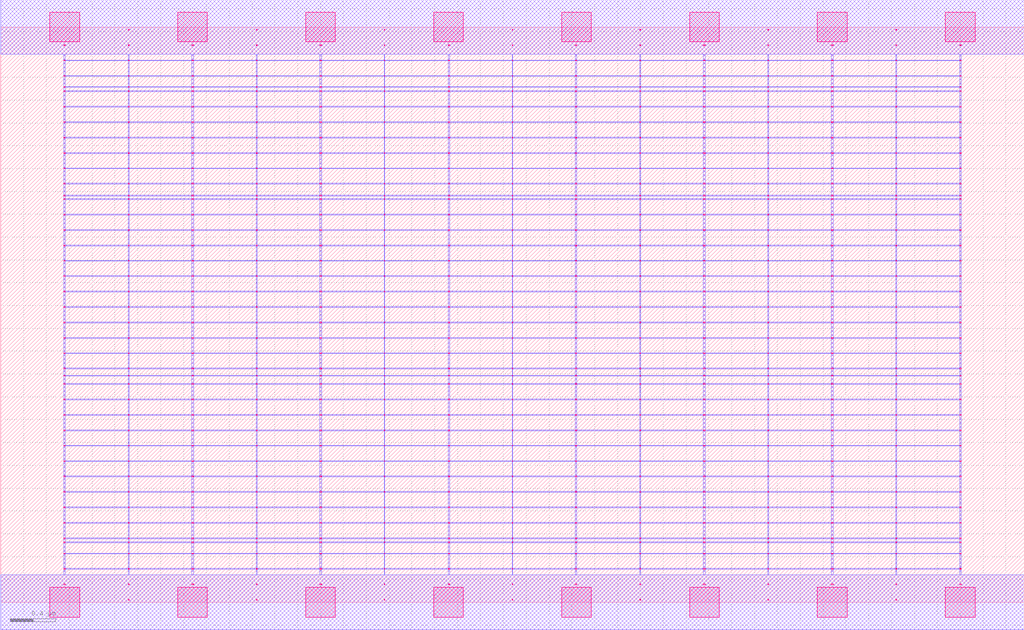
<source format=lef>
MACRO OAOOAI2112_DEBUG
 CLASS CORE ;
 FOREIGN OAOOAI2112_DEBUG 0 0 ;
 SIZE 8.96 BY 5.04 ;
 ORIGIN 0 0 ;
 SYMMETRY X Y R90 ;
 SITE unit ;

 OBS
    LAYER polycont ;
     RECT 4.47600000 2.58300000 4.48400000 2.59100000 ;
     RECT 4.47600000 2.71800000 4.48400000 2.72600000 ;
     RECT 4.47600000 2.85300000 4.48400000 2.86100000 ;
     RECT 4.47600000 2.98800000 4.48400000 2.99600000 ;
     RECT 4.47600000 3.12300000 4.48400000 3.13100000 ;
     RECT 4.47600000 3.25800000 4.48400000 3.26600000 ;
     RECT 4.47600000 3.39300000 4.48400000 3.40100000 ;
     RECT 4.47600000 3.52800000 4.48400000 3.53600000 ;
     RECT 4.47600000 3.56100000 4.48400000 3.56900000 ;
     RECT 4.47600000 3.66300000 4.48400000 3.67100000 ;
     RECT 4.47600000 3.79800000 4.48400000 3.80600000 ;
     RECT 4.47600000 3.93300000 4.48400000 3.94100000 ;
     RECT 4.47600000 4.06800000 4.48400000 4.07600000 ;
     RECT 4.47600000 4.20300000 4.48400000 4.21100000 ;
     RECT 4.47600000 4.33800000 4.48400000 4.34600000 ;
     RECT 4.47600000 4.47300000 4.48400000 4.48100000 ;
     RECT 4.47600000 4.51100000 4.48400000 4.51900000 ;
     RECT 4.47600000 4.60800000 4.48400000 4.61600000 ;
     RECT 4.47600000 4.74300000 4.48400000 4.75100000 ;
     RECT 4.47600000 4.87800000 4.48400000 4.88600000 ;
     RECT 6.71600000 2.85300000 6.72400000 2.86100000 ;
     RECT 7.27100000 2.85300000 7.28900000 2.86100000 ;
     RECT 7.83600000 2.85300000 7.84400000 2.86100000 ;
     RECT 8.39600000 2.85300000 8.40900000 2.86100000 ;
     RECT 6.15100000 2.58300000 6.16900000 2.59100000 ;
     RECT 5.03100000 2.98800000 5.04400000 2.99600000 ;
     RECT 5.59600000 2.98800000 5.60400000 2.99600000 ;
     RECT 6.15100000 2.98800000 6.16900000 2.99600000 ;
     RECT 6.71600000 2.98800000 6.72400000 2.99600000 ;
     RECT 7.27100000 2.98800000 7.28900000 2.99600000 ;
     RECT 7.83600000 2.98800000 7.84400000 2.99600000 ;
     RECT 8.39600000 2.98800000 8.40900000 2.99600000 ;
     RECT 6.71600000 2.58300000 6.72400000 2.59100000 ;
     RECT 7.27100000 2.58300000 7.28900000 2.59100000 ;
     RECT 7.83600000 2.58300000 7.84400000 2.59100000 ;
     RECT 8.39600000 2.58300000 8.40900000 2.59100000 ;
     RECT 5.03100000 2.58300000 5.04400000 2.59100000 ;
     RECT 5.03100000 2.71800000 5.04400000 2.72600000 ;
     RECT 5.59600000 2.71800000 5.60400000 2.72600000 ;
     RECT 6.15100000 2.71800000 6.16900000 2.72600000 ;
     RECT 6.71600000 2.71800000 6.72400000 2.72600000 ;
     RECT 7.27100000 2.71800000 7.28900000 2.72600000 ;
     RECT 7.83600000 2.71800000 7.84400000 2.72600000 ;
     RECT 8.39600000 2.71800000 8.40900000 2.72600000 ;
     RECT 5.59600000 2.58300000 5.60400000 2.59100000 ;
     RECT 5.03100000 2.85300000 5.04400000 2.86100000 ;
     RECT 5.59600000 2.85300000 5.60400000 2.86100000 ;
     RECT 6.15100000 2.85300000 6.16900000 2.86100000 ;
     RECT 2.23600000 2.98800000 2.24400000 2.99600000 ;
     RECT 2.79100000 2.98800000 2.80900000 2.99600000 ;
     RECT 3.35600000 2.98800000 3.36400000 2.99600000 ;
     RECT 3.91600000 2.98800000 3.92900000 2.99600000 ;
     RECT 2.23600000 2.58300000 2.24400000 2.59100000 ;
     RECT 2.79100000 2.58300000 2.80900000 2.59100000 ;
     RECT 3.35600000 2.58300000 3.36400000 2.59100000 ;
     RECT 3.91600000 2.58300000 3.92900000 2.59100000 ;
     RECT 0.55100000 2.58300000 0.56400000 2.59100000 ;
     RECT 0.55100000 2.71800000 0.56400000 2.72600000 ;
     RECT 0.55100000 2.85300000 0.56400000 2.86100000 ;
     RECT 1.11600000 2.85300000 1.12400000 2.86100000 ;
     RECT 1.67100000 2.85300000 1.68900000 2.86100000 ;
     RECT 2.23600000 2.85300000 2.24400000 2.86100000 ;
     RECT 2.79100000 2.85300000 2.80900000 2.86100000 ;
     RECT 3.35600000 2.85300000 3.36400000 2.86100000 ;
     RECT 3.91600000 2.85300000 3.92900000 2.86100000 ;
     RECT 1.11600000 2.71800000 1.12400000 2.72600000 ;
     RECT 1.67100000 2.71800000 1.68900000 2.72600000 ;
     RECT 2.23600000 2.71800000 2.24400000 2.72600000 ;
     RECT 2.79100000 2.71800000 2.80900000 2.72600000 ;
     RECT 3.35600000 2.71800000 3.36400000 2.72600000 ;
     RECT 3.91600000 2.71800000 3.92900000 2.72600000 ;
     RECT 1.11600000 2.58300000 1.12400000 2.59100000 ;
     RECT 1.67100000 2.58300000 1.68900000 2.59100000 ;
     RECT 0.55100000 2.98800000 0.56400000 2.99600000 ;
     RECT 1.11600000 2.98800000 1.12400000 2.99600000 ;
     RECT 1.67100000 2.98800000 1.68900000 2.99600000 ;
     RECT 7.83600000 2.31300000 7.84400000 2.32100000 ;
     RECT 8.39600000 2.31300000 8.40900000 2.32100000 ;
     RECT 7.83600000 2.44800000 7.84400000 2.45600000 ;
     RECT 8.39600000 2.44800000 8.40900000 2.45600000 ;
     RECT 7.83600000 0.15300000 7.84400000 0.16100000 ;
     RECT 8.39600000 0.15300000 8.40900000 0.16100000 ;
     RECT 7.83600000 0.28800000 7.84400000 0.29600000 ;
     RECT 8.39600000 0.28800000 8.40900000 0.29600000 ;
     RECT 7.83600000 0.42300000 7.84400000 0.43100000 ;
     RECT 8.39600000 0.42300000 8.40900000 0.43100000 ;
     RECT 7.83600000 0.52100000 7.84400000 0.52900000 ;
     RECT 8.39600000 0.52100000 8.40900000 0.52900000 ;
     RECT 7.83600000 0.55800000 7.84400000 0.56600000 ;
     RECT 8.39600000 0.55800000 8.40900000 0.56600000 ;
     RECT 7.83600000 0.69300000 7.84400000 0.70100000 ;
     RECT 8.39600000 0.69300000 8.40900000 0.70100000 ;
     RECT 7.83600000 0.82800000 7.84400000 0.83600000 ;
     RECT 8.39600000 0.82800000 8.40900000 0.83600000 ;
     RECT 7.83600000 0.96300000 7.84400000 0.97100000 ;
     RECT 8.39600000 0.96300000 8.40900000 0.97100000 ;
     RECT 7.83600000 1.09800000 7.84400000 1.10600000 ;
     RECT 8.39600000 1.09800000 8.40900000 1.10600000 ;
     RECT 7.83600000 1.23300000 7.84400000 1.24100000 ;
     RECT 8.39600000 1.23300000 8.40900000 1.24100000 ;
     RECT 7.83600000 1.36800000 7.84400000 1.37600000 ;
     RECT 8.39600000 1.36800000 8.40900000 1.37600000 ;
     RECT 7.83600000 1.50300000 7.84400000 1.51100000 ;
     RECT 8.39600000 1.50300000 8.40900000 1.51100000 ;
     RECT 7.83600000 1.63800000 7.84400000 1.64600000 ;
     RECT 8.39600000 1.63800000 8.40900000 1.64600000 ;
     RECT 7.83600000 1.77300000 7.84400000 1.78100000 ;
     RECT 8.39600000 1.77300000 8.40900000 1.78100000 ;
     RECT 7.83600000 1.90800000 7.84400000 1.91600000 ;
     RECT 8.39600000 1.90800000 8.40900000 1.91600000 ;
     RECT 7.83600000 1.98100000 7.84400000 1.98900000 ;
     RECT 8.39600000 1.98100000 8.40900000 1.98900000 ;
     RECT 7.83600000 2.04300000 7.84400000 2.05100000 ;
     RECT 8.39600000 2.04300000 8.40900000 2.05100000 ;
     RECT 7.83600000 2.17800000 7.84400000 2.18600000 ;
     RECT 8.39600000 2.17800000 8.40900000 2.18600000 ;

    LAYER pdiffc ;
     RECT 0.55100000 3.39300000 0.55900000 3.40100000 ;
     RECT 3.92100000 3.39300000 3.92900000 3.40100000 ;
     RECT 5.03100000 3.39300000 5.03900000 3.40100000 ;
     RECT 8.40100000 3.39300000 8.40900000 3.40100000 ;
     RECT 0.55100000 3.52800000 0.55900000 3.53600000 ;
     RECT 3.92100000 3.52800000 3.92900000 3.53600000 ;
     RECT 5.03100000 3.52800000 5.03900000 3.53600000 ;
     RECT 8.40100000 3.52800000 8.40900000 3.53600000 ;
     RECT 0.55100000 3.56100000 0.55900000 3.56900000 ;
     RECT 3.92100000 3.56100000 3.92900000 3.56900000 ;
     RECT 5.03100000 3.56100000 5.03900000 3.56900000 ;
     RECT 8.40100000 3.56100000 8.40900000 3.56900000 ;
     RECT 0.55100000 3.66300000 0.55900000 3.67100000 ;
     RECT 3.92100000 3.66300000 3.92900000 3.67100000 ;
     RECT 5.03100000 3.66300000 5.03900000 3.67100000 ;
     RECT 8.40100000 3.66300000 8.40900000 3.67100000 ;
     RECT 0.55100000 3.79800000 0.55900000 3.80600000 ;
     RECT 3.92100000 3.79800000 3.92900000 3.80600000 ;
     RECT 5.03100000 3.79800000 5.03900000 3.80600000 ;
     RECT 8.40100000 3.79800000 8.40900000 3.80600000 ;
     RECT 0.55100000 3.93300000 0.55900000 3.94100000 ;
     RECT 3.92100000 3.93300000 3.92900000 3.94100000 ;
     RECT 5.03100000 3.93300000 5.03900000 3.94100000 ;
     RECT 8.40100000 3.93300000 8.40900000 3.94100000 ;
     RECT 0.55100000 4.06800000 0.55900000 4.07600000 ;
     RECT 3.92100000 4.06800000 3.92900000 4.07600000 ;
     RECT 5.03100000 4.06800000 5.03900000 4.07600000 ;
     RECT 8.40100000 4.06800000 8.40900000 4.07600000 ;
     RECT 0.55100000 4.20300000 0.55900000 4.21100000 ;
     RECT 3.92100000 4.20300000 3.92900000 4.21100000 ;
     RECT 5.03100000 4.20300000 5.03900000 4.21100000 ;
     RECT 8.40100000 4.20300000 8.40900000 4.21100000 ;
     RECT 0.55100000 4.33800000 0.55900000 4.34600000 ;
     RECT 3.92100000 4.33800000 3.92900000 4.34600000 ;
     RECT 5.03100000 4.33800000 5.03900000 4.34600000 ;
     RECT 8.40100000 4.33800000 8.40900000 4.34600000 ;
     RECT 0.55100000 4.47300000 0.55900000 4.48100000 ;
     RECT 3.92100000 4.47300000 3.92900000 4.48100000 ;
     RECT 5.03100000 4.47300000 5.03900000 4.48100000 ;
     RECT 8.40100000 4.47300000 8.40900000 4.48100000 ;
     RECT 0.55100000 4.51100000 0.55900000 4.51900000 ;
     RECT 3.92100000 4.51100000 3.92900000 4.51900000 ;
     RECT 5.03100000 4.51100000 5.03900000 4.51900000 ;
     RECT 8.40100000 4.51100000 8.40900000 4.51900000 ;
     RECT 0.55100000 4.60800000 0.55900000 4.61600000 ;
     RECT 3.92100000 4.60800000 3.92900000 4.61600000 ;
     RECT 5.03100000 4.60800000 5.03900000 4.61600000 ;
     RECT 8.40100000 4.60800000 8.40900000 4.61600000 ;

    LAYER ndiffc ;
     RECT 3.91600000 0.42300000 3.92900000 0.43100000 ;
     RECT 3.91600000 0.52100000 3.92900000 0.52900000 ;
     RECT 3.91600000 0.55800000 3.92900000 0.56600000 ;
     RECT 3.91600000 0.69300000 3.92900000 0.70100000 ;
     RECT 3.91600000 0.82800000 3.92900000 0.83600000 ;
     RECT 3.91600000 0.96300000 3.92900000 0.97100000 ;
     RECT 3.91600000 1.09800000 3.92900000 1.10600000 ;
     RECT 3.91600000 1.23300000 3.92900000 1.24100000 ;
     RECT 3.91600000 1.36800000 3.92900000 1.37600000 ;
     RECT 3.91600000 1.50300000 3.92900000 1.51100000 ;
     RECT 3.91600000 1.63800000 3.92900000 1.64600000 ;
     RECT 3.91600000 1.77300000 3.92900000 1.78100000 ;
     RECT 3.91600000 1.90800000 3.92900000 1.91600000 ;
     RECT 3.91600000 1.98100000 3.92900000 1.98900000 ;
     RECT 3.91600000 2.04300000 3.92900000 2.05100000 ;
     RECT 7.27100000 0.69300000 7.28900000 0.70100000 ;
     RECT 5.03100000 0.42300000 5.04400000 0.43100000 ;
     RECT 5.03100000 0.82800000 5.04400000 0.83600000 ;
     RECT 6.15100000 0.82800000 6.16900000 0.83600000 ;
     RECT 7.27100000 0.82800000 7.28900000 0.83600000 ;
     RECT 5.03100000 0.52100000 5.04400000 0.52900000 ;
     RECT 5.03100000 0.96300000 5.04400000 0.97100000 ;
     RECT 6.15100000 0.96300000 6.16900000 0.97100000 ;
     RECT 7.27100000 0.96300000 7.28900000 0.97100000 ;
     RECT 6.15100000 0.52100000 6.16900000 0.52900000 ;
     RECT 5.03100000 1.09800000 5.04400000 1.10600000 ;
     RECT 6.15100000 1.09800000 6.16900000 1.10600000 ;
     RECT 7.27100000 1.09800000 7.28900000 1.10600000 ;
     RECT 7.27100000 0.52100000 7.28900000 0.52900000 ;
     RECT 5.03100000 1.23300000 5.04400000 1.24100000 ;
     RECT 6.15100000 1.23300000 6.16900000 1.24100000 ;
     RECT 7.27100000 1.23300000 7.28900000 1.24100000 ;
     RECT 6.15100000 0.42300000 6.16900000 0.43100000 ;
     RECT 5.03100000 1.36800000 5.04400000 1.37600000 ;
     RECT 6.15100000 1.36800000 6.16900000 1.37600000 ;
     RECT 7.27100000 1.36800000 7.28900000 1.37600000 ;
     RECT 5.03100000 0.55800000 5.04400000 0.56600000 ;
     RECT 5.03100000 1.50300000 5.04400000 1.51100000 ;
     RECT 6.15100000 1.50300000 6.16900000 1.51100000 ;
     RECT 7.27100000 1.50300000 7.28900000 1.51100000 ;
     RECT 6.15100000 0.55800000 6.16900000 0.56600000 ;
     RECT 5.03100000 1.63800000 5.04400000 1.64600000 ;
     RECT 6.15100000 1.63800000 6.16900000 1.64600000 ;
     RECT 7.27100000 1.63800000 7.28900000 1.64600000 ;
     RECT 7.27100000 0.55800000 7.28900000 0.56600000 ;
     RECT 5.03100000 1.77300000 5.04400000 1.78100000 ;
     RECT 6.15100000 1.77300000 6.16900000 1.78100000 ;
     RECT 7.27100000 1.77300000 7.28900000 1.78100000 ;
     RECT 7.27100000 0.42300000 7.28900000 0.43100000 ;
     RECT 5.03100000 1.90800000 5.04400000 1.91600000 ;
     RECT 6.15100000 1.90800000 6.16900000 1.91600000 ;
     RECT 7.27100000 1.90800000 7.28900000 1.91600000 ;
     RECT 5.03100000 0.69300000 5.04400000 0.70100000 ;
     RECT 5.03100000 1.98100000 5.04400000 1.98900000 ;
     RECT 6.15100000 1.98100000 6.16900000 1.98900000 ;
     RECT 7.27100000 1.98100000 7.28900000 1.98900000 ;
     RECT 6.15100000 0.69300000 6.16900000 0.70100000 ;
     RECT 5.03100000 2.04300000 5.04400000 2.05100000 ;
     RECT 6.15100000 2.04300000 6.16900000 2.05100000 ;
     RECT 7.27100000 2.04300000 7.28900000 2.05100000 ;
     RECT 2.79100000 0.52100000 2.80900000 0.52900000 ;
     RECT 1.67100000 0.42300000 1.68900000 0.43100000 ;
     RECT 0.55100000 0.96300000 0.56400000 0.97100000 ;
     RECT 0.55100000 1.50300000 0.56400000 1.51100000 ;
     RECT 1.67100000 1.50300000 1.68900000 1.51100000 ;
     RECT 2.79100000 1.50300000 2.80900000 1.51100000 ;
     RECT 1.67100000 0.96300000 1.68900000 0.97100000 ;
     RECT 2.79100000 0.96300000 2.80900000 0.97100000 ;
     RECT 2.79100000 0.42300000 2.80900000 0.43100000 ;
     RECT 0.55100000 0.69300000 0.56400000 0.70100000 ;
     RECT 0.55100000 1.63800000 0.56400000 1.64600000 ;
     RECT 1.67100000 1.63800000 1.68900000 1.64600000 ;
     RECT 2.79100000 1.63800000 2.80900000 1.64600000 ;
     RECT 1.67100000 0.69300000 1.68900000 0.70100000 ;
     RECT 2.79100000 0.69300000 2.80900000 0.70100000 ;
     RECT 0.55100000 1.09800000 0.56400000 1.10600000 ;
     RECT 1.67100000 1.09800000 1.68900000 1.10600000 ;
     RECT 0.55100000 1.77300000 0.56400000 1.78100000 ;
     RECT 1.67100000 1.77300000 1.68900000 1.78100000 ;
     RECT 2.79100000 1.77300000 2.80900000 1.78100000 ;
     RECT 2.79100000 1.09800000 2.80900000 1.10600000 ;
     RECT 0.55100000 0.42300000 0.56400000 0.43100000 ;
     RECT 0.55100000 0.52100000 0.56400000 0.52900000 ;
     RECT 0.55100000 0.55800000 0.56400000 0.56600000 ;
     RECT 0.55100000 1.90800000 0.56400000 1.91600000 ;
     RECT 1.67100000 1.90800000 1.68900000 1.91600000 ;
     RECT 2.79100000 1.90800000 2.80900000 1.91600000 ;
     RECT 1.67100000 0.55800000 1.68900000 0.56600000 ;
     RECT 0.55100000 1.23300000 0.56400000 1.24100000 ;
     RECT 1.67100000 1.23300000 1.68900000 1.24100000 ;
     RECT 2.79100000 1.23300000 2.80900000 1.24100000 ;
     RECT 0.55100000 1.98100000 0.56400000 1.98900000 ;
     RECT 1.67100000 1.98100000 1.68900000 1.98900000 ;
     RECT 2.79100000 1.98100000 2.80900000 1.98900000 ;
     RECT 0.55100000 0.82800000 0.56400000 0.83600000 ;
     RECT 1.67100000 0.82800000 1.68900000 0.83600000 ;
     RECT 2.79100000 0.82800000 2.80900000 0.83600000 ;
     RECT 2.79100000 0.55800000 2.80900000 0.56600000 ;
     RECT 0.55100000 2.04300000 0.56400000 2.05100000 ;
     RECT 1.67100000 2.04300000 1.68900000 2.05100000 ;
     RECT 2.79100000 2.04300000 2.80900000 2.05100000 ;
     RECT 0.55100000 1.36800000 0.56400000 1.37600000 ;
     RECT 1.67100000 1.36800000 1.68900000 1.37600000 ;
     RECT 2.79100000 1.36800000 2.80900000 1.37600000 ;
     RECT 1.67100000 0.52100000 1.68900000 0.52900000 ;

    LAYER met1 ;
     RECT 0.00000000 -0.24000000 8.96000000 0.24000000 ;
     RECT 4.47600000 0.24000000 4.48400000 0.28800000 ;
     RECT 0.55100000 0.28800000 8.40900000 0.29600000 ;
     RECT 4.47600000 0.29600000 4.48400000 0.42300000 ;
     RECT 0.55100000 0.42300000 8.40900000 0.43100000 ;
     RECT 4.47600000 0.43100000 4.48400000 0.52100000 ;
     RECT 0.55100000 0.52100000 8.40900000 0.52900000 ;
     RECT 4.47600000 0.52900000 4.48400000 0.55800000 ;
     RECT 0.55100000 0.55800000 8.40900000 0.56600000 ;
     RECT 4.47600000 0.56600000 4.48400000 0.69300000 ;
     RECT 0.55100000 0.69300000 8.40900000 0.70100000 ;
     RECT 4.47600000 0.70100000 4.48400000 0.82800000 ;
     RECT 0.55100000 0.82800000 8.40900000 0.83600000 ;
     RECT 4.47600000 0.83600000 4.48400000 0.96300000 ;
     RECT 0.55100000 0.96300000 8.40900000 0.97100000 ;
     RECT 4.47600000 0.97100000 4.48400000 1.09800000 ;
     RECT 0.55100000 1.09800000 8.40900000 1.10600000 ;
     RECT 4.47600000 1.10600000 4.48400000 1.23300000 ;
     RECT 0.55100000 1.23300000 8.40900000 1.24100000 ;
     RECT 4.47600000 1.24100000 4.48400000 1.36800000 ;
     RECT 0.55100000 1.36800000 8.40900000 1.37600000 ;
     RECT 4.47600000 1.37600000 4.48400000 1.50300000 ;
     RECT 0.55100000 1.50300000 8.40900000 1.51100000 ;
     RECT 4.47600000 1.51100000 4.48400000 1.63800000 ;
     RECT 0.55100000 1.63800000 8.40900000 1.64600000 ;
     RECT 4.47600000 1.64600000 4.48400000 1.77300000 ;
     RECT 0.55100000 1.77300000 8.40900000 1.78100000 ;
     RECT 4.47600000 1.78100000 4.48400000 1.90800000 ;
     RECT 0.55100000 1.90800000 8.40900000 1.91600000 ;
     RECT 4.47600000 1.91600000 4.48400000 1.98100000 ;
     RECT 0.55100000 1.98100000 8.40900000 1.98900000 ;
     RECT 4.47600000 1.98900000 4.48400000 2.04300000 ;
     RECT 0.55100000 2.04300000 8.40900000 2.05100000 ;
     RECT 4.47600000 2.05100000 4.48400000 2.17800000 ;
     RECT 0.55100000 2.17800000 8.40900000 2.18600000 ;
     RECT 4.47600000 2.18600000 4.48400000 2.31300000 ;
     RECT 0.55100000 2.31300000 8.40900000 2.32100000 ;
     RECT 4.47600000 2.32100000 4.48400000 2.44800000 ;
     RECT 0.55100000 2.44800000 8.40900000 2.45600000 ;
     RECT 0.55100000 2.45600000 0.56400000 2.58300000 ;
     RECT 1.11600000 2.45600000 1.12400000 2.58300000 ;
     RECT 1.67100000 2.45600000 1.68900000 2.58300000 ;
     RECT 2.23600000 2.45600000 2.24400000 2.58300000 ;
     RECT 2.79100000 2.45600000 2.80900000 2.58300000 ;
     RECT 3.35600000 2.45600000 3.36400000 2.58300000 ;
     RECT 3.91600000 2.45600000 3.92900000 2.58300000 ;
     RECT 4.47600000 2.45600000 4.48400000 2.58300000 ;
     RECT 5.03100000 2.45600000 5.04400000 2.58300000 ;
     RECT 5.59600000 2.45600000 5.60400000 2.58300000 ;
     RECT 6.15100000 2.45600000 6.16900000 2.58300000 ;
     RECT 6.71600000 2.45600000 6.72400000 2.58300000 ;
     RECT 7.27100000 2.45600000 7.28900000 2.58300000 ;
     RECT 7.83600000 2.45600000 7.84400000 2.58300000 ;
     RECT 8.39600000 2.45600000 8.40900000 2.58300000 ;
     RECT 0.55100000 2.58300000 8.40900000 2.59100000 ;
     RECT 4.47600000 2.59100000 4.48400000 2.71800000 ;
     RECT 0.55100000 2.71800000 8.40900000 2.72600000 ;
     RECT 4.47600000 2.72600000 4.48400000 2.85300000 ;
     RECT 0.55100000 2.85300000 8.40900000 2.86100000 ;
     RECT 4.47600000 2.86100000 4.48400000 2.98800000 ;
     RECT 0.55100000 2.98800000 8.40900000 2.99600000 ;
     RECT 4.47600000 2.99600000 4.48400000 3.12300000 ;
     RECT 0.55100000 3.12300000 8.40900000 3.13100000 ;
     RECT 4.47600000 3.13100000 4.48400000 3.25800000 ;
     RECT 0.55100000 3.25800000 8.40900000 3.26600000 ;
     RECT 4.47600000 3.26600000 4.48400000 3.39300000 ;
     RECT 0.55100000 3.39300000 8.40900000 3.40100000 ;
     RECT 4.47600000 3.40100000 4.48400000 3.52800000 ;
     RECT 0.55100000 3.52800000 8.40900000 3.53600000 ;
     RECT 4.47600000 3.53600000 4.48400000 3.56100000 ;
     RECT 0.55100000 3.56100000 8.40900000 3.56900000 ;
     RECT 4.47600000 3.56900000 4.48400000 3.66300000 ;
     RECT 0.55100000 3.66300000 8.40900000 3.67100000 ;
     RECT 4.47600000 3.67100000 4.48400000 3.79800000 ;
     RECT 0.55100000 3.79800000 8.40900000 3.80600000 ;
     RECT 4.47600000 3.80600000 4.48400000 3.93300000 ;
     RECT 0.55100000 3.93300000 8.40900000 3.94100000 ;
     RECT 4.47600000 3.94100000 4.48400000 4.06800000 ;
     RECT 0.55100000 4.06800000 8.40900000 4.07600000 ;
     RECT 4.47600000 4.07600000 4.48400000 4.20300000 ;
     RECT 0.55100000 4.20300000 8.40900000 4.21100000 ;
     RECT 4.47600000 4.21100000 4.48400000 4.33800000 ;
     RECT 0.55100000 4.33800000 8.40900000 4.34600000 ;
     RECT 4.47600000 4.34600000 4.48400000 4.47300000 ;
     RECT 0.55100000 4.47300000 8.40900000 4.48100000 ;
     RECT 4.47600000 4.48100000 4.48400000 4.51100000 ;
     RECT 0.55100000 4.51100000 8.40900000 4.51900000 ;
     RECT 4.47600000 4.51900000 4.48400000 4.60800000 ;
     RECT 0.55100000 4.60800000 8.40900000 4.61600000 ;
     RECT 4.47600000 4.61600000 4.48400000 4.74300000 ;
     RECT 0.55100000 4.74300000 8.40900000 4.75100000 ;
     RECT 4.47600000 4.75100000 4.48400000 4.80000000 ;
     RECT 0.00000000 4.80000000 8.96000000 5.28000000 ;
     RECT 6.71600000 3.13100000 6.72400000 3.25800000 ;
     RECT 6.71600000 3.26600000 6.72400000 3.39300000 ;
     RECT 6.71600000 3.40100000 6.72400000 3.52800000 ;
     RECT 6.71600000 2.72600000 6.72400000 2.85300000 ;
     RECT 6.71600000 3.53600000 6.72400000 3.56100000 ;
     RECT 6.71600000 3.56900000 6.72400000 3.66300000 ;
     RECT 6.71600000 2.59100000 6.72400000 2.71800000 ;
     RECT 6.71600000 3.67100000 6.72400000 3.79800000 ;
     RECT 5.03100000 3.80600000 5.04400000 3.93300000 ;
     RECT 5.59600000 3.80600000 5.60400000 3.93300000 ;
     RECT 6.15100000 3.80600000 6.16900000 3.93300000 ;
     RECT 6.71600000 3.80600000 6.72400000 3.93300000 ;
     RECT 7.27100000 3.80600000 7.28900000 3.93300000 ;
     RECT 7.83600000 3.80600000 7.84400000 3.93300000 ;
     RECT 8.39600000 3.80600000 8.40900000 3.93300000 ;
     RECT 6.71600000 2.86100000 6.72400000 2.98800000 ;
     RECT 6.71600000 3.94100000 6.72400000 4.06800000 ;
     RECT 6.71600000 4.07600000 6.72400000 4.20300000 ;
     RECT 6.71600000 4.21100000 6.72400000 4.33800000 ;
     RECT 6.71600000 4.34600000 6.72400000 4.47300000 ;
     RECT 6.71600000 4.48100000 6.72400000 4.51100000 ;
     RECT 6.71600000 2.99600000 6.72400000 3.12300000 ;
     RECT 6.71600000 4.51900000 6.72400000 4.60800000 ;
     RECT 6.71600000 4.61600000 6.72400000 4.74300000 ;
     RECT 6.71600000 4.75100000 6.72400000 4.80000000 ;
     RECT 7.27100000 4.21100000 7.28900000 4.33800000 ;
     RECT 7.83600000 4.21100000 7.84400000 4.33800000 ;
     RECT 8.39600000 4.21100000 8.40900000 4.33800000 ;
     RECT 8.39600000 3.94100000 8.40900000 4.06800000 ;
     RECT 7.27100000 4.34600000 7.28900000 4.47300000 ;
     RECT 7.83600000 4.34600000 7.84400000 4.47300000 ;
     RECT 8.39600000 4.34600000 8.40900000 4.47300000 ;
     RECT 7.27100000 3.94100000 7.28900000 4.06800000 ;
     RECT 7.27100000 4.48100000 7.28900000 4.51100000 ;
     RECT 7.83600000 4.48100000 7.84400000 4.51100000 ;
     RECT 8.39600000 4.48100000 8.40900000 4.51100000 ;
     RECT 7.27100000 4.07600000 7.28900000 4.20300000 ;
     RECT 7.83600000 4.07600000 7.84400000 4.20300000 ;
     RECT 7.27100000 4.51900000 7.28900000 4.60800000 ;
     RECT 7.83600000 4.51900000 7.84400000 4.60800000 ;
     RECT 8.39600000 4.51900000 8.40900000 4.60800000 ;
     RECT 8.39600000 4.07600000 8.40900000 4.20300000 ;
     RECT 7.27100000 4.61600000 7.28900000 4.74300000 ;
     RECT 7.83600000 4.61600000 7.84400000 4.74300000 ;
     RECT 8.39600000 4.61600000 8.40900000 4.74300000 ;
     RECT 7.83600000 3.94100000 7.84400000 4.06800000 ;
     RECT 7.27100000 4.75100000 7.28900000 4.80000000 ;
     RECT 7.83600000 4.75100000 7.84400000 4.80000000 ;
     RECT 8.39600000 4.75100000 8.40900000 4.80000000 ;
     RECT 6.15100000 4.07600000 6.16900000 4.20300000 ;
     RECT 5.59600000 3.94100000 5.60400000 4.06800000 ;
     RECT 6.15100000 3.94100000 6.16900000 4.06800000 ;
     RECT 5.03100000 4.51900000 5.04400000 4.60800000 ;
     RECT 5.59600000 4.51900000 5.60400000 4.60800000 ;
     RECT 6.15100000 4.51900000 6.16900000 4.60800000 ;
     RECT 5.03100000 4.34600000 5.04400000 4.47300000 ;
     RECT 5.59600000 4.34600000 5.60400000 4.47300000 ;
     RECT 6.15100000 4.34600000 6.16900000 4.47300000 ;
     RECT 5.03100000 3.94100000 5.04400000 4.06800000 ;
     RECT 5.03100000 4.61600000 5.04400000 4.74300000 ;
     RECT 5.59600000 4.61600000 5.60400000 4.74300000 ;
     RECT 6.15100000 4.61600000 6.16900000 4.74300000 ;
     RECT 5.03100000 4.07600000 5.04400000 4.20300000 ;
     RECT 5.03100000 4.21100000 5.04400000 4.33800000 ;
     RECT 5.59600000 4.21100000 5.60400000 4.33800000 ;
     RECT 5.03100000 4.48100000 5.04400000 4.51100000 ;
     RECT 5.03100000 4.75100000 5.04400000 4.80000000 ;
     RECT 5.59600000 4.75100000 5.60400000 4.80000000 ;
     RECT 6.15100000 4.75100000 6.16900000 4.80000000 ;
     RECT 5.59600000 4.48100000 5.60400000 4.51100000 ;
     RECT 6.15100000 4.48100000 6.16900000 4.51100000 ;
     RECT 6.15100000 4.21100000 6.16900000 4.33800000 ;
     RECT 5.59600000 4.07600000 5.60400000 4.20300000 ;
     RECT 5.03100000 3.56900000 5.04400000 3.66300000 ;
     RECT 5.59600000 3.56900000 5.60400000 3.66300000 ;
     RECT 6.15100000 3.56900000 6.16900000 3.66300000 ;
     RECT 5.03100000 3.26600000 5.04400000 3.39300000 ;
     RECT 6.15100000 2.59100000 6.16900000 2.71800000 ;
     RECT 5.59600000 3.26600000 5.60400000 3.39300000 ;
     RECT 5.03100000 3.67100000 5.04400000 3.79800000 ;
     RECT 5.59600000 3.67100000 5.60400000 3.79800000 ;
     RECT 6.15100000 3.67100000 6.16900000 3.79800000 ;
     RECT 6.15100000 3.26600000 6.16900000 3.39300000 ;
     RECT 5.03100000 2.86100000 5.04400000 2.98800000 ;
     RECT 5.59600000 2.86100000 5.60400000 2.98800000 ;
     RECT 6.15100000 3.13100000 6.16900000 3.25800000 ;
     RECT 5.59600000 2.72600000 5.60400000 2.85300000 ;
     RECT 6.15100000 2.72600000 6.16900000 2.85300000 ;
     RECT 5.03100000 3.40100000 5.04400000 3.52800000 ;
     RECT 5.59600000 3.40100000 5.60400000 3.52800000 ;
     RECT 5.03100000 2.99600000 5.04400000 3.12300000 ;
     RECT 6.15100000 3.40100000 6.16900000 3.52800000 ;
     RECT 5.59600000 3.13100000 5.60400000 3.25800000 ;
     RECT 6.15100000 2.86100000 6.16900000 2.98800000 ;
     RECT 5.03100000 2.59100000 5.04400000 2.71800000 ;
     RECT 5.59600000 2.59100000 5.60400000 2.71800000 ;
     RECT 5.03100000 3.53600000 5.04400000 3.56100000 ;
     RECT 5.59600000 3.53600000 5.60400000 3.56100000 ;
     RECT 6.15100000 3.53600000 6.16900000 3.56100000 ;
     RECT 5.59600000 2.99600000 5.60400000 3.12300000 ;
     RECT 6.15100000 2.99600000 6.16900000 3.12300000 ;
     RECT 5.03100000 2.72600000 5.04400000 2.85300000 ;
     RECT 5.03100000 3.13100000 5.04400000 3.25800000 ;
     RECT 7.83600000 2.72600000 7.84400000 2.85300000 ;
     RECT 8.39600000 2.86100000 8.40900000 2.98800000 ;
     RECT 7.27100000 2.59100000 7.28900000 2.71800000 ;
     RECT 7.27100000 2.99600000 7.28900000 3.12300000 ;
     RECT 8.39600000 2.72600000 8.40900000 2.85300000 ;
     RECT 8.39600000 3.26600000 8.40900000 3.39300000 ;
     RECT 7.27100000 3.40100000 7.28900000 3.52800000 ;
     RECT 7.83600000 3.40100000 7.84400000 3.52800000 ;
     RECT 8.39600000 3.40100000 8.40900000 3.52800000 ;
     RECT 7.27100000 3.56900000 7.28900000 3.66300000 ;
     RECT 7.83600000 3.56900000 7.84400000 3.66300000 ;
     RECT 7.83600000 2.99600000 7.84400000 3.12300000 ;
     RECT 8.39600000 2.99600000 8.40900000 3.12300000 ;
     RECT 7.83600000 2.59100000 7.84400000 2.71800000 ;
     RECT 8.39600000 3.56900000 8.40900000 3.66300000 ;
     RECT 7.27100000 3.13100000 7.28900000 3.25800000 ;
     RECT 7.27100000 2.72600000 7.28900000 2.85300000 ;
     RECT 7.83600000 3.13100000 7.84400000 3.25800000 ;
     RECT 8.39600000 3.13100000 8.40900000 3.25800000 ;
     RECT 7.27100000 3.26600000 7.28900000 3.39300000 ;
     RECT 8.39600000 2.59100000 8.40900000 2.71800000 ;
     RECT 7.83600000 3.26600000 7.84400000 3.39300000 ;
     RECT 7.27100000 2.86100000 7.28900000 2.98800000 ;
     RECT 7.83600000 2.86100000 7.84400000 2.98800000 ;
     RECT 7.27100000 3.67100000 7.28900000 3.79800000 ;
     RECT 7.83600000 3.67100000 7.84400000 3.79800000 ;
     RECT 8.39600000 3.67100000 8.40900000 3.79800000 ;
     RECT 7.27100000 3.53600000 7.28900000 3.56100000 ;
     RECT 7.83600000 3.53600000 7.84400000 3.56100000 ;
     RECT 8.39600000 3.53600000 8.40900000 3.56100000 ;
     RECT 2.23600000 3.94100000 2.24400000 4.06800000 ;
     RECT 2.23600000 3.40100000 2.24400000 3.52800000 ;
     RECT 2.23600000 4.07600000 2.24400000 4.20300000 ;
     RECT 2.23600000 3.53600000 2.24400000 3.56100000 ;
     RECT 2.23600000 4.21100000 2.24400000 4.33800000 ;
     RECT 2.23600000 2.86100000 2.24400000 2.98800000 ;
     RECT 2.23600000 3.13100000 2.24400000 3.25800000 ;
     RECT 2.23600000 4.34600000 2.24400000 4.47300000 ;
     RECT 2.23600000 3.56900000 2.24400000 3.66300000 ;
     RECT 2.23600000 4.48100000 2.24400000 4.51100000 ;
     RECT 2.23600000 2.72600000 2.24400000 2.85300000 ;
     RECT 2.23600000 4.51900000 2.24400000 4.60800000 ;
     RECT 2.23600000 3.67100000 2.24400000 3.79800000 ;
     RECT 2.23600000 4.61600000 2.24400000 4.74300000 ;
     RECT 2.23600000 3.26600000 2.24400000 3.39300000 ;
     RECT 2.23600000 2.59100000 2.24400000 2.71800000 ;
     RECT 0.55100000 3.80600000 0.56400000 3.93300000 ;
     RECT 1.11600000 3.80600000 1.12400000 3.93300000 ;
     RECT 2.23600000 4.75100000 2.24400000 4.80000000 ;
     RECT 1.67100000 3.80600000 1.68900000 3.93300000 ;
     RECT 2.23600000 3.80600000 2.24400000 3.93300000 ;
     RECT 2.79100000 3.80600000 2.80900000 3.93300000 ;
     RECT 3.35600000 3.80600000 3.36400000 3.93300000 ;
     RECT 3.91600000 3.80600000 3.92900000 3.93300000 ;
     RECT 2.23600000 2.99600000 2.24400000 3.12300000 ;
     RECT 2.79100000 3.94100000 2.80900000 4.06800000 ;
     RECT 2.79100000 4.21100000 2.80900000 4.33800000 ;
     RECT 2.79100000 4.51900000 2.80900000 4.60800000 ;
     RECT 3.35600000 4.51900000 3.36400000 4.60800000 ;
     RECT 3.91600000 4.51900000 3.92900000 4.60800000 ;
     RECT 3.35600000 4.21100000 3.36400000 4.33800000 ;
     RECT 3.91600000 4.21100000 3.92900000 4.33800000 ;
     RECT 2.79100000 4.61600000 2.80900000 4.74300000 ;
     RECT 3.35600000 4.61600000 3.36400000 4.74300000 ;
     RECT 3.91600000 4.61600000 3.92900000 4.74300000 ;
     RECT 3.35600000 3.94100000 3.36400000 4.06800000 ;
     RECT 2.79100000 4.07600000 2.80900000 4.20300000 ;
     RECT 3.35600000 4.07600000 3.36400000 4.20300000 ;
     RECT 2.79100000 4.34600000 2.80900000 4.47300000 ;
     RECT 3.35600000 4.34600000 3.36400000 4.47300000 ;
     RECT 2.79100000 4.75100000 2.80900000 4.80000000 ;
     RECT 3.35600000 4.75100000 3.36400000 4.80000000 ;
     RECT 3.91600000 4.75100000 3.92900000 4.80000000 ;
     RECT 3.91600000 4.34600000 3.92900000 4.47300000 ;
     RECT 3.91600000 4.07600000 3.92900000 4.20300000 ;
     RECT 3.91600000 3.94100000 3.92900000 4.06800000 ;
     RECT 2.79100000 4.48100000 2.80900000 4.51100000 ;
     RECT 3.35600000 4.48100000 3.36400000 4.51100000 ;
     RECT 3.91600000 4.48100000 3.92900000 4.51100000 ;
     RECT 0.55100000 4.61600000 0.56400000 4.74300000 ;
     RECT 1.11600000 4.61600000 1.12400000 4.74300000 ;
     RECT 1.67100000 4.61600000 1.68900000 4.74300000 ;
     RECT 1.67100000 4.07600000 1.68900000 4.20300000 ;
     RECT 1.67100000 3.94100000 1.68900000 4.06800000 ;
     RECT 0.55100000 4.48100000 0.56400000 4.51100000 ;
     RECT 1.11600000 4.48100000 1.12400000 4.51100000 ;
     RECT 1.67100000 4.48100000 1.68900000 4.51100000 ;
     RECT 0.55100000 3.94100000 0.56400000 4.06800000 ;
     RECT 1.11600000 3.94100000 1.12400000 4.06800000 ;
     RECT 0.55100000 4.07600000 0.56400000 4.20300000 ;
     RECT 0.55100000 4.75100000 0.56400000 4.80000000 ;
     RECT 1.11600000 4.75100000 1.12400000 4.80000000 ;
     RECT 1.67100000 4.75100000 1.68900000 4.80000000 ;
     RECT 1.11600000 4.07600000 1.12400000 4.20300000 ;
     RECT 0.55100000 4.34600000 0.56400000 4.47300000 ;
     RECT 0.55100000 4.51900000 0.56400000 4.60800000 ;
     RECT 1.11600000 4.51900000 1.12400000 4.60800000 ;
     RECT 1.67100000 4.51900000 1.68900000 4.60800000 ;
     RECT 1.11600000 4.34600000 1.12400000 4.47300000 ;
     RECT 1.67100000 4.34600000 1.68900000 4.47300000 ;
     RECT 0.55100000 4.21100000 0.56400000 4.33800000 ;
     RECT 1.11600000 4.21100000 1.12400000 4.33800000 ;
     RECT 1.67100000 4.21100000 1.68900000 4.33800000 ;
     RECT 0.55100000 3.56900000 0.56400000 3.66300000 ;
     RECT 1.11600000 3.26600000 1.12400000 3.39300000 ;
     RECT 1.67100000 3.26600000 1.68900000 3.39300000 ;
     RECT 1.11600000 3.56900000 1.12400000 3.66300000 ;
     RECT 1.67100000 3.56900000 1.68900000 3.66300000 ;
     RECT 0.55100000 2.72600000 0.56400000 2.85300000 ;
     RECT 1.67100000 3.40100000 1.68900000 3.52800000 ;
     RECT 1.11600000 2.72600000 1.12400000 2.85300000 ;
     RECT 0.55100000 2.86100000 0.56400000 2.98800000 ;
     RECT 1.11600000 2.86100000 1.12400000 2.98800000 ;
     RECT 0.55100000 3.13100000 0.56400000 3.25800000 ;
     RECT 1.11600000 3.13100000 1.12400000 3.25800000 ;
     RECT 1.67100000 3.13100000 1.68900000 3.25800000 ;
     RECT 1.67100000 2.72600000 1.68900000 2.85300000 ;
     RECT 1.67100000 2.86100000 1.68900000 2.98800000 ;
     RECT 1.67100000 2.59100000 1.68900000 2.71800000 ;
     RECT 0.55100000 3.26600000 0.56400000 3.39300000 ;
     RECT 0.55100000 3.53600000 0.56400000 3.56100000 ;
     RECT 1.11600000 3.53600000 1.12400000 3.56100000 ;
     RECT 1.67100000 3.53600000 1.68900000 3.56100000 ;
     RECT 0.55100000 3.40100000 0.56400000 3.52800000 ;
     RECT 1.11600000 3.40100000 1.12400000 3.52800000 ;
     RECT 0.55100000 2.59100000 0.56400000 2.71800000 ;
     RECT 1.11600000 2.59100000 1.12400000 2.71800000 ;
     RECT 0.55100000 3.67100000 0.56400000 3.79800000 ;
     RECT 1.11600000 3.67100000 1.12400000 3.79800000 ;
     RECT 0.55100000 2.99600000 0.56400000 3.12300000 ;
     RECT 1.11600000 2.99600000 1.12400000 3.12300000 ;
     RECT 1.67100000 2.99600000 1.68900000 3.12300000 ;
     RECT 1.67100000 3.67100000 1.68900000 3.79800000 ;
     RECT 3.91600000 3.40100000 3.92900000 3.52800000 ;
     RECT 3.91600000 3.13100000 3.92900000 3.25800000 ;
     RECT 2.79100000 2.72600000 2.80900000 2.85300000 ;
     RECT 3.35600000 2.72600000 3.36400000 2.85300000 ;
     RECT 3.91600000 2.72600000 3.92900000 2.85300000 ;
     RECT 2.79100000 2.86100000 2.80900000 2.98800000 ;
     RECT 2.79100000 3.26600000 2.80900000 3.39300000 ;
     RECT 3.35600000 3.26600000 3.36400000 3.39300000 ;
     RECT 3.91600000 3.26600000 3.92900000 3.39300000 ;
     RECT 3.91600000 2.99600000 3.92900000 3.12300000 ;
     RECT 2.79100000 2.59100000 2.80900000 2.71800000 ;
     RECT 3.35600000 2.59100000 3.36400000 2.71800000 ;
     RECT 3.91600000 2.59100000 3.92900000 2.71800000 ;
     RECT 3.35600000 2.99600000 3.36400000 3.12300000 ;
     RECT 2.79100000 3.13100000 2.80900000 3.25800000 ;
     RECT 2.79100000 3.56900000 2.80900000 3.66300000 ;
     RECT 3.35600000 3.56900000 3.36400000 3.66300000 ;
     RECT 3.91600000 3.56900000 3.92900000 3.66300000 ;
     RECT 3.35600000 3.13100000 3.36400000 3.25800000 ;
     RECT 2.79100000 2.99600000 2.80900000 3.12300000 ;
     RECT 2.79100000 3.40100000 2.80900000 3.52800000 ;
     RECT 3.35600000 3.40100000 3.36400000 3.52800000 ;
     RECT 3.35600000 3.53600000 3.36400000 3.56100000 ;
     RECT 2.79100000 3.67100000 2.80900000 3.79800000 ;
     RECT 3.35600000 3.67100000 3.36400000 3.79800000 ;
     RECT 3.91600000 3.67100000 3.92900000 3.79800000 ;
     RECT 3.91600000 3.53600000 3.92900000 3.56100000 ;
     RECT 2.79100000 3.53600000 2.80900000 3.56100000 ;
     RECT 3.35600000 2.86100000 3.36400000 2.98800000 ;
     RECT 3.91600000 2.86100000 3.92900000 2.98800000 ;
     RECT 2.23600000 1.37600000 2.24400000 1.50300000 ;
     RECT 2.23600000 0.43100000 2.24400000 0.52100000 ;
     RECT 2.23600000 1.51100000 2.24400000 1.63800000 ;
     RECT 2.23600000 1.64600000 2.24400000 1.77300000 ;
     RECT 2.23600000 1.78100000 2.24400000 1.90800000 ;
     RECT 2.23600000 1.91600000 2.24400000 1.98100000 ;
     RECT 2.23600000 1.98900000 2.24400000 2.04300000 ;
     RECT 2.23600000 0.52900000 2.24400000 0.55800000 ;
     RECT 2.23600000 2.05100000 2.24400000 2.17800000 ;
     RECT 2.23600000 2.18600000 2.24400000 2.31300000 ;
     RECT 2.23600000 2.32100000 2.24400000 2.44800000 ;
     RECT 2.23600000 0.56600000 2.24400000 0.69300000 ;
     RECT 2.23600000 0.70100000 2.24400000 0.82800000 ;
     RECT 2.23600000 0.83600000 2.24400000 0.96300000 ;
     RECT 2.23600000 0.29600000 2.24400000 0.42300000 ;
     RECT 2.23600000 0.97100000 2.24400000 1.09800000 ;
     RECT 0.55100000 1.10600000 0.56400000 1.23300000 ;
     RECT 1.11600000 1.10600000 1.12400000 1.23300000 ;
     RECT 1.67100000 1.10600000 1.68900000 1.23300000 ;
     RECT 2.23600000 1.10600000 2.24400000 1.23300000 ;
     RECT 2.79100000 1.10600000 2.80900000 1.23300000 ;
     RECT 3.35600000 1.10600000 3.36400000 1.23300000 ;
     RECT 3.91600000 1.10600000 3.92900000 1.23300000 ;
     RECT 2.23600000 0.24000000 2.24400000 0.28800000 ;
     RECT 2.23600000 1.24100000 2.24400000 1.36800000 ;
     RECT 3.35600000 1.51100000 3.36400000 1.63800000 ;
     RECT 3.91600000 1.51100000 3.92900000 1.63800000 ;
     RECT 2.79100000 2.05100000 2.80900000 2.17800000 ;
     RECT 3.35600000 2.05100000 3.36400000 2.17800000 ;
     RECT 3.91600000 2.05100000 3.92900000 2.17800000 ;
     RECT 3.91600000 1.37600000 3.92900000 1.50300000 ;
     RECT 2.79100000 2.18600000 2.80900000 2.31300000 ;
     RECT 3.35600000 2.18600000 3.36400000 2.31300000 ;
     RECT 3.91600000 2.18600000 3.92900000 2.31300000 ;
     RECT 2.79100000 1.64600000 2.80900000 1.77300000 ;
     RECT 2.79100000 2.32100000 2.80900000 2.44800000 ;
     RECT 3.35600000 2.32100000 3.36400000 2.44800000 ;
     RECT 3.91600000 2.32100000 3.92900000 2.44800000 ;
     RECT 3.35600000 1.64600000 3.36400000 1.77300000 ;
     RECT 3.91600000 1.64600000 3.92900000 1.77300000 ;
     RECT 2.79100000 1.37600000 2.80900000 1.50300000 ;
     RECT 2.79100000 1.78100000 2.80900000 1.90800000 ;
     RECT 3.35600000 1.78100000 3.36400000 1.90800000 ;
     RECT 3.91600000 1.78100000 3.92900000 1.90800000 ;
     RECT 3.35600000 1.37600000 3.36400000 1.50300000 ;
     RECT 2.79100000 1.91600000 2.80900000 1.98100000 ;
     RECT 3.35600000 1.91600000 3.36400000 1.98100000 ;
     RECT 3.91600000 1.91600000 3.92900000 1.98100000 ;
     RECT 2.79100000 1.51100000 2.80900000 1.63800000 ;
     RECT 2.79100000 1.98900000 2.80900000 2.04300000 ;
     RECT 3.35600000 1.98900000 3.36400000 2.04300000 ;
     RECT 3.91600000 1.98900000 3.92900000 2.04300000 ;
     RECT 2.79100000 1.24100000 2.80900000 1.36800000 ;
     RECT 3.35600000 1.24100000 3.36400000 1.36800000 ;
     RECT 3.91600000 1.24100000 3.92900000 1.36800000 ;
     RECT 0.55100000 1.78100000 0.56400000 1.90800000 ;
     RECT 0.55100000 2.32100000 0.56400000 2.44800000 ;
     RECT 1.11600000 2.32100000 1.12400000 2.44800000 ;
     RECT 1.67100000 2.32100000 1.68900000 2.44800000 ;
     RECT 0.55100000 1.98900000 0.56400000 2.04300000 ;
     RECT 1.11600000 1.98900000 1.12400000 2.04300000 ;
     RECT 1.67100000 1.98900000 1.68900000 2.04300000 ;
     RECT 1.11600000 1.78100000 1.12400000 1.90800000 ;
     RECT 1.67100000 1.78100000 1.68900000 1.90800000 ;
     RECT 0.55100000 1.64600000 0.56400000 1.77300000 ;
     RECT 1.11600000 1.64600000 1.12400000 1.77300000 ;
     RECT 1.67100000 1.64600000 1.68900000 1.77300000 ;
     RECT 0.55100000 2.05100000 0.56400000 2.17800000 ;
     RECT 1.11600000 2.05100000 1.12400000 2.17800000 ;
     RECT 1.67100000 2.05100000 1.68900000 2.17800000 ;
     RECT 1.67100000 1.37600000 1.68900000 1.50300000 ;
     RECT 0.55100000 1.91600000 0.56400000 1.98100000 ;
     RECT 1.11600000 1.91600000 1.12400000 1.98100000 ;
     RECT 1.67100000 1.91600000 1.68900000 1.98100000 ;
     RECT 0.55100000 2.18600000 0.56400000 2.31300000 ;
     RECT 1.11600000 2.18600000 1.12400000 2.31300000 ;
     RECT 0.55100000 1.24100000 0.56400000 1.36800000 ;
     RECT 1.11600000 1.24100000 1.12400000 1.36800000 ;
     RECT 1.67100000 1.24100000 1.68900000 1.36800000 ;
     RECT 1.67100000 2.18600000 1.68900000 2.31300000 ;
     RECT 0.55100000 1.51100000 0.56400000 1.63800000 ;
     RECT 1.11600000 1.51100000 1.12400000 1.63800000 ;
     RECT 1.67100000 1.51100000 1.68900000 1.63800000 ;
     RECT 0.55100000 1.37600000 0.56400000 1.50300000 ;
     RECT 1.11600000 1.37600000 1.12400000 1.50300000 ;
     RECT 0.55100000 0.97100000 0.56400000 1.09800000 ;
     RECT 1.11600000 0.97100000 1.12400000 1.09800000 ;
     RECT 1.67100000 0.97100000 1.68900000 1.09800000 ;
     RECT 1.67100000 0.52900000 1.68900000 0.55800000 ;
     RECT 0.55100000 0.56600000 0.56400000 0.69300000 ;
     RECT 1.11600000 0.56600000 1.12400000 0.69300000 ;
     RECT 1.67100000 0.56600000 1.68900000 0.69300000 ;
     RECT 0.55100000 0.52900000 0.56400000 0.55800000 ;
     RECT 1.11600000 0.24000000 1.12400000 0.28800000 ;
     RECT 0.55100000 0.29600000 0.56400000 0.42300000 ;
     RECT 0.55100000 0.70100000 0.56400000 0.82800000 ;
     RECT 1.67100000 0.24000000 1.68900000 0.28800000 ;
     RECT 1.11600000 0.70100000 1.12400000 0.82800000 ;
     RECT 1.67100000 0.70100000 1.68900000 0.82800000 ;
     RECT 1.67100000 0.43100000 1.68900000 0.52100000 ;
     RECT 1.11600000 0.29600000 1.12400000 0.42300000 ;
     RECT 1.67100000 0.29600000 1.68900000 0.42300000 ;
     RECT 0.55100000 0.83600000 0.56400000 0.96300000 ;
     RECT 1.11600000 0.83600000 1.12400000 0.96300000 ;
     RECT 1.67100000 0.83600000 1.68900000 0.96300000 ;
     RECT 0.55100000 0.43100000 0.56400000 0.52100000 ;
     RECT 1.11600000 0.43100000 1.12400000 0.52100000 ;
     RECT 0.55100000 0.24000000 0.56400000 0.28800000 ;
     RECT 1.11600000 0.52900000 1.12400000 0.55800000 ;
     RECT 3.35600000 0.97100000 3.36400000 1.09800000 ;
     RECT 3.91600000 0.97100000 3.92900000 1.09800000 ;
     RECT 3.35600000 0.29600000 3.36400000 0.42300000 ;
     RECT 3.91600000 0.29600000 3.92900000 0.42300000 ;
     RECT 3.91600000 0.24000000 3.92900000 0.28800000 ;
     RECT 2.79100000 0.70100000 2.80900000 0.82800000 ;
     RECT 3.35600000 0.70100000 3.36400000 0.82800000 ;
     RECT 3.91600000 0.70100000 3.92900000 0.82800000 ;
     RECT 3.91600000 0.52900000 3.92900000 0.55800000 ;
     RECT 3.35600000 0.24000000 3.36400000 0.28800000 ;
     RECT 2.79100000 0.24000000 2.80900000 0.28800000 ;
     RECT 2.79100000 0.56600000 2.80900000 0.69300000 ;
     RECT 3.35600000 0.56600000 3.36400000 0.69300000 ;
     RECT 3.91600000 0.56600000 3.92900000 0.69300000 ;
     RECT 2.79100000 0.83600000 2.80900000 0.96300000 ;
     RECT 3.35600000 0.83600000 3.36400000 0.96300000 ;
     RECT 3.91600000 0.83600000 3.92900000 0.96300000 ;
     RECT 3.35600000 0.43100000 3.36400000 0.52100000 ;
     RECT 2.79100000 0.29600000 2.80900000 0.42300000 ;
     RECT 2.79100000 0.43100000 2.80900000 0.52100000 ;
     RECT 2.79100000 0.52900000 2.80900000 0.55800000 ;
     RECT 3.91600000 0.43100000 3.92900000 0.52100000 ;
     RECT 3.35600000 0.52900000 3.36400000 0.55800000 ;
     RECT 2.79100000 0.97100000 2.80900000 1.09800000 ;
     RECT 6.71600000 0.43100000 6.72400000 0.52100000 ;
     RECT 6.71600000 0.56600000 6.72400000 0.69300000 ;
     RECT 6.71600000 1.91600000 6.72400000 1.98100000 ;
     RECT 5.03100000 1.10600000 5.04400000 1.23300000 ;
     RECT 5.59600000 1.10600000 5.60400000 1.23300000 ;
     RECT 6.15100000 1.10600000 6.16900000 1.23300000 ;
     RECT 6.71600000 1.10600000 6.72400000 1.23300000 ;
     RECT 7.27100000 1.10600000 7.28900000 1.23300000 ;
     RECT 7.83600000 1.10600000 7.84400000 1.23300000 ;
     RECT 8.39600000 1.10600000 8.40900000 1.23300000 ;
     RECT 6.71600000 1.98900000 6.72400000 2.04300000 ;
     RECT 6.71600000 0.29600000 6.72400000 0.42300000 ;
     RECT 6.71600000 2.05100000 6.72400000 2.17800000 ;
     RECT 6.71600000 1.24100000 6.72400000 1.36800000 ;
     RECT 6.71600000 2.18600000 6.72400000 2.31300000 ;
     RECT 6.71600000 0.70100000 6.72400000 0.82800000 ;
     RECT 6.71600000 0.24000000 6.72400000 0.28800000 ;
     RECT 6.71600000 2.32100000 6.72400000 2.44800000 ;
     RECT 6.71600000 1.37600000 6.72400000 1.50300000 ;
     RECT 6.71600000 0.52900000 6.72400000 0.55800000 ;
     RECT 6.71600000 1.51100000 6.72400000 1.63800000 ;
     RECT 6.71600000 0.83600000 6.72400000 0.96300000 ;
     RECT 6.71600000 1.64600000 6.72400000 1.77300000 ;
     RECT 6.71600000 0.97100000 6.72400000 1.09800000 ;
     RECT 6.71600000 1.78100000 6.72400000 1.90800000 ;
     RECT 8.39600000 1.24100000 8.40900000 1.36800000 ;
     RECT 7.27100000 1.98900000 7.28900000 2.04300000 ;
     RECT 7.27100000 2.18600000 7.28900000 2.31300000 ;
     RECT 7.83600000 2.18600000 7.84400000 2.31300000 ;
     RECT 8.39600000 2.18600000 8.40900000 2.31300000 ;
     RECT 7.83600000 1.98900000 7.84400000 2.04300000 ;
     RECT 8.39600000 1.98900000 8.40900000 2.04300000 ;
     RECT 8.39600000 1.91600000 8.40900000 1.98100000 ;
     RECT 7.27100000 2.32100000 7.28900000 2.44800000 ;
     RECT 7.83600000 2.32100000 7.84400000 2.44800000 ;
     RECT 8.39600000 2.32100000 8.40900000 2.44800000 ;
     RECT 7.27100000 1.91600000 7.28900000 1.98100000 ;
     RECT 7.27100000 1.37600000 7.28900000 1.50300000 ;
     RECT 7.83600000 1.37600000 7.84400000 1.50300000 ;
     RECT 8.39600000 1.37600000 8.40900000 1.50300000 ;
     RECT 7.27100000 2.05100000 7.28900000 2.17800000 ;
     RECT 7.83600000 2.05100000 7.84400000 2.17800000 ;
     RECT 7.27100000 1.51100000 7.28900000 1.63800000 ;
     RECT 7.83600000 1.51100000 7.84400000 1.63800000 ;
     RECT 8.39600000 1.51100000 8.40900000 1.63800000 ;
     RECT 8.39600000 2.05100000 8.40900000 2.17800000 ;
     RECT 7.83600000 1.91600000 7.84400000 1.98100000 ;
     RECT 7.27100000 1.64600000 7.28900000 1.77300000 ;
     RECT 7.83600000 1.64600000 7.84400000 1.77300000 ;
     RECT 8.39600000 1.64600000 8.40900000 1.77300000 ;
     RECT 7.27100000 1.24100000 7.28900000 1.36800000 ;
     RECT 7.83600000 1.24100000 7.84400000 1.36800000 ;
     RECT 7.27100000 1.78100000 7.28900000 1.90800000 ;
     RECT 7.83600000 1.78100000 7.84400000 1.90800000 ;
     RECT 8.39600000 1.78100000 8.40900000 1.90800000 ;
     RECT 5.59600000 1.98900000 5.60400000 2.04300000 ;
     RECT 6.15100000 1.37600000 6.16900000 1.50300000 ;
     RECT 5.03100000 2.05100000 5.04400000 2.17800000 ;
     RECT 5.59600000 2.05100000 5.60400000 2.17800000 ;
     RECT 5.03100000 2.18600000 5.04400000 2.31300000 ;
     RECT 5.59600000 2.18600000 5.60400000 2.31300000 ;
     RECT 6.15100000 2.18600000 6.16900000 2.31300000 ;
     RECT 5.03100000 1.51100000 5.04400000 1.63800000 ;
     RECT 5.59600000 1.51100000 5.60400000 1.63800000 ;
     RECT 6.15100000 1.51100000 6.16900000 1.63800000 ;
     RECT 6.15100000 2.05100000 6.16900000 2.17800000 ;
     RECT 6.15100000 1.98900000 6.16900000 2.04300000 ;
     RECT 6.15100000 1.91600000 6.16900000 1.98100000 ;
     RECT 5.03100000 1.91600000 5.04400000 1.98100000 ;
     RECT 5.59600000 1.91600000 5.60400000 1.98100000 ;
     RECT 5.03100000 1.64600000 5.04400000 1.77300000 ;
     RECT 5.59600000 1.64600000 5.60400000 1.77300000 ;
     RECT 6.15100000 1.64600000 6.16900000 1.77300000 ;
     RECT 5.03100000 1.24100000 5.04400000 1.36800000 ;
     RECT 5.03100000 1.37600000 5.04400000 1.50300000 ;
     RECT 5.59600000 1.37600000 5.60400000 1.50300000 ;
     RECT 5.03100000 2.32100000 5.04400000 2.44800000 ;
     RECT 5.59600000 2.32100000 5.60400000 2.44800000 ;
     RECT 5.03100000 1.78100000 5.04400000 1.90800000 ;
     RECT 5.59600000 1.78100000 5.60400000 1.90800000 ;
     RECT 6.15100000 1.78100000 6.16900000 1.90800000 ;
     RECT 6.15100000 2.32100000 6.16900000 2.44800000 ;
     RECT 5.59600000 1.24100000 5.60400000 1.36800000 ;
     RECT 6.15100000 1.24100000 6.16900000 1.36800000 ;
     RECT 5.03100000 1.98900000 5.04400000 2.04300000 ;
     RECT 5.59600000 0.24000000 5.60400000 0.28800000 ;
     RECT 5.03100000 0.29600000 5.04400000 0.42300000 ;
     RECT 5.59600000 0.52900000 5.60400000 0.55800000 ;
     RECT 6.15100000 0.52900000 6.16900000 0.55800000 ;
     RECT 6.15100000 0.70100000 6.16900000 0.82800000 ;
     RECT 5.03100000 0.83600000 5.04400000 0.96300000 ;
     RECT 5.59600000 0.83600000 5.60400000 0.96300000 ;
     RECT 6.15100000 0.83600000 6.16900000 0.96300000 ;
     RECT 6.15100000 0.29600000 6.16900000 0.42300000 ;
     RECT 5.59600000 0.29600000 5.60400000 0.42300000 ;
     RECT 5.03100000 0.43100000 5.04400000 0.52100000 ;
     RECT 5.59600000 0.43100000 5.60400000 0.52100000 ;
     RECT 6.15100000 0.43100000 6.16900000 0.52100000 ;
     RECT 5.03100000 0.97100000 5.04400000 1.09800000 ;
     RECT 5.59600000 0.97100000 5.60400000 1.09800000 ;
     RECT 6.15100000 0.97100000 6.16900000 1.09800000 ;
     RECT 5.59600000 0.56600000 5.60400000 0.69300000 ;
     RECT 6.15100000 0.24000000 6.16900000 0.28800000 ;
     RECT 5.03100000 0.70100000 5.04400000 0.82800000 ;
     RECT 6.15100000 0.56600000 6.16900000 0.69300000 ;
     RECT 5.03100000 0.56600000 5.04400000 0.69300000 ;
     RECT 5.59600000 0.70100000 5.60400000 0.82800000 ;
     RECT 5.03100000 0.52900000 5.04400000 0.55800000 ;
     RECT 5.03100000 0.24000000 5.04400000 0.28800000 ;
     RECT 7.83600000 0.52900000 7.84400000 0.55800000 ;
     RECT 8.39600000 0.56600000 8.40900000 0.69300000 ;
     RECT 7.27100000 0.43100000 7.28900000 0.52100000 ;
     RECT 7.27100000 0.29600000 7.28900000 0.42300000 ;
     RECT 7.83600000 0.29600000 7.84400000 0.42300000 ;
     RECT 7.27100000 0.70100000 7.28900000 0.82800000 ;
     RECT 7.83600000 0.70100000 7.84400000 0.82800000 ;
     RECT 8.39600000 0.70100000 8.40900000 0.82800000 ;
     RECT 8.39600000 0.29600000 8.40900000 0.42300000 ;
     RECT 7.27100000 0.24000000 7.28900000 0.28800000 ;
     RECT 7.83600000 0.24000000 7.84400000 0.28800000 ;
     RECT 7.83600000 0.56600000 7.84400000 0.69300000 ;
     RECT 7.27100000 0.83600000 7.28900000 0.96300000 ;
     RECT 7.83600000 0.83600000 7.84400000 0.96300000 ;
     RECT 7.27100000 0.97100000 7.28900000 1.09800000 ;
     RECT 8.39600000 0.83600000 8.40900000 0.96300000 ;
     RECT 8.39600000 0.52900000 8.40900000 0.55800000 ;
     RECT 8.39600000 0.24000000 8.40900000 0.28800000 ;
     RECT 7.27100000 0.56600000 7.28900000 0.69300000 ;
     RECT 7.83600000 0.43100000 7.84400000 0.52100000 ;
     RECT 8.39600000 0.43100000 8.40900000 0.52100000 ;
     RECT 7.27100000 0.52900000 7.28900000 0.55800000 ;
     RECT 7.83600000 0.97100000 7.84400000 1.09800000 ;
     RECT 8.39600000 0.97100000 8.40900000 1.09800000 ;

    LAYER via1 ;
     RECT 4.47600000 0.01800000 4.48400000 0.02600000 ;
     RECT 4.47600000 0.15300000 4.48400000 0.16100000 ;
     RECT 4.47600000 0.28800000 4.48400000 0.29600000 ;
     RECT 4.47600000 0.42300000 4.48400000 0.43100000 ;
     RECT 4.47600000 0.52100000 4.48400000 0.52900000 ;
     RECT 4.47600000 0.55800000 4.48400000 0.56600000 ;
     RECT 4.47600000 0.69300000 4.48400000 0.70100000 ;
     RECT 4.47600000 0.82800000 4.48400000 0.83600000 ;
     RECT 4.47600000 0.96300000 4.48400000 0.97100000 ;
     RECT 4.47600000 1.09800000 4.48400000 1.10600000 ;
     RECT 4.47600000 1.23300000 4.48400000 1.24100000 ;
     RECT 4.47600000 1.36800000 4.48400000 1.37600000 ;
     RECT 4.47600000 1.50300000 4.48400000 1.51100000 ;
     RECT 4.47600000 1.63800000 4.48400000 1.64600000 ;
     RECT 4.47600000 1.77300000 4.48400000 1.78100000 ;
     RECT 4.47600000 1.90800000 4.48400000 1.91600000 ;
     RECT 4.47600000 1.98100000 4.48400000 1.98900000 ;
     RECT 4.47600000 2.04300000 4.48400000 2.05100000 ;
     RECT 4.47600000 2.17800000 4.48400000 2.18600000 ;
     RECT 4.47600000 2.31300000 4.48400000 2.32100000 ;
     RECT 4.47600000 2.44800000 4.48400000 2.45600000 ;
     RECT 4.47600000 2.58300000 4.48400000 2.59100000 ;
     RECT 4.47600000 2.71800000 4.48400000 2.72600000 ;
     RECT 4.47600000 2.85300000 4.48400000 2.86100000 ;
     RECT 4.47600000 2.98800000 4.48400000 2.99600000 ;
     RECT 4.47600000 3.12300000 4.48400000 3.13100000 ;
     RECT 4.47600000 3.25800000 4.48400000 3.26600000 ;
     RECT 4.47600000 3.39300000 4.48400000 3.40100000 ;
     RECT 4.47600000 3.52800000 4.48400000 3.53600000 ;
     RECT 4.47600000 3.56100000 4.48400000 3.56900000 ;
     RECT 4.47600000 3.66300000 4.48400000 3.67100000 ;
     RECT 4.47600000 3.79800000 4.48400000 3.80600000 ;
     RECT 4.47600000 3.93300000 4.48400000 3.94100000 ;
     RECT 4.47600000 4.06800000 4.48400000 4.07600000 ;
     RECT 4.47600000 4.20300000 4.48400000 4.21100000 ;
     RECT 4.47600000 4.33800000 4.48400000 4.34600000 ;
     RECT 4.47600000 4.47300000 4.48400000 4.48100000 ;
     RECT 4.47600000 4.51100000 4.48400000 4.51900000 ;
     RECT 4.47600000 4.60800000 4.48400000 4.61600000 ;
     RECT 4.47600000 4.74300000 4.48400000 4.75100000 ;
     RECT 4.47600000 4.87800000 4.48400000 4.88600000 ;
     RECT 4.47600000 5.01300000 4.48400000 5.02100000 ;
     RECT 6.71600000 3.93300000 6.72400000 3.94100000 ;
     RECT 7.27100000 3.93300000 7.28900000 3.94100000 ;
     RECT 7.83600000 3.93300000 7.84400000 3.94100000 ;
     RECT 8.39600000 3.93300000 8.40900000 3.94100000 ;
     RECT 6.71600000 4.06800000 6.72400000 4.07600000 ;
     RECT 7.27100000 4.06800000 7.28900000 4.07600000 ;
     RECT 7.83600000 4.06800000 7.84400000 4.07600000 ;
     RECT 8.39600000 4.06800000 8.40900000 4.07600000 ;
     RECT 6.71600000 4.20300000 6.72400000 4.21100000 ;
     RECT 7.27100000 4.20300000 7.28900000 4.21100000 ;
     RECT 7.83600000 4.20300000 7.84400000 4.21100000 ;
     RECT 8.39600000 4.20300000 8.40900000 4.21100000 ;
     RECT 6.71600000 4.33800000 6.72400000 4.34600000 ;
     RECT 7.27100000 4.33800000 7.28900000 4.34600000 ;
     RECT 7.83600000 4.33800000 7.84400000 4.34600000 ;
     RECT 8.39600000 4.33800000 8.40900000 4.34600000 ;
     RECT 6.71600000 4.47300000 6.72400000 4.48100000 ;
     RECT 7.27100000 4.47300000 7.28900000 4.48100000 ;
     RECT 7.83600000 4.47300000 7.84400000 4.48100000 ;
     RECT 8.39600000 4.47300000 8.40900000 4.48100000 ;
     RECT 6.71600000 4.51100000 6.72400000 4.51900000 ;
     RECT 7.27100000 4.51100000 7.28900000 4.51900000 ;
     RECT 7.83600000 4.51100000 7.84400000 4.51900000 ;
     RECT 8.39600000 4.51100000 8.40900000 4.51900000 ;
     RECT 6.71600000 4.60800000 6.72400000 4.61600000 ;
     RECT 7.27100000 4.60800000 7.28900000 4.61600000 ;
     RECT 7.83600000 4.60800000 7.84400000 4.61600000 ;
     RECT 8.39600000 4.60800000 8.40900000 4.61600000 ;
     RECT 6.71600000 4.74300000 6.72400000 4.75100000 ;
     RECT 7.27100000 4.74300000 7.28900000 4.75100000 ;
     RECT 7.83600000 4.74300000 7.84400000 4.75100000 ;
     RECT 8.39600000 4.74300000 8.40900000 4.75100000 ;
     RECT 6.71600000 4.87800000 6.72400000 4.88600000 ;
     RECT 7.27100000 4.87800000 7.28900000 4.88600000 ;
     RECT 7.83600000 4.87800000 7.84400000 4.88600000 ;
     RECT 8.39600000 4.87800000 8.40900000 4.88600000 ;
     RECT 6.71600000 5.01300000 6.72400000 5.02100000 ;
     RECT 7.83600000 5.01300000 7.84400000 5.02100000 ;
     RECT 7.15000000 4.91000000 7.41000000 5.17000000 ;
     RECT 8.27000000 4.91000000 8.53000000 5.17000000 ;
     RECT 5.59600000 4.33800000 5.60400000 4.34600000 ;
     RECT 6.15100000 4.33800000 6.16900000 4.34600000 ;
     RECT 5.03100000 4.60800000 5.04400000 4.61600000 ;
     RECT 5.59600000 4.60800000 5.60400000 4.61600000 ;
     RECT 6.15100000 4.60800000 6.16900000 4.61600000 ;
     RECT 5.03100000 3.93300000 5.04400000 3.94100000 ;
     RECT 5.03100000 4.06800000 5.04400000 4.07600000 ;
     RECT 5.03100000 4.20300000 5.04400000 4.21100000 ;
     RECT 5.59600000 4.20300000 5.60400000 4.21100000 ;
     RECT 5.03100000 4.74300000 5.04400000 4.75100000 ;
     RECT 5.59600000 4.74300000 5.60400000 4.75100000 ;
     RECT 6.15100000 4.74300000 6.16900000 4.75100000 ;
     RECT 5.03100000 4.47300000 5.04400000 4.48100000 ;
     RECT 5.59600000 4.47300000 5.60400000 4.48100000 ;
     RECT 6.15100000 4.47300000 6.16900000 4.48100000 ;
     RECT 6.15100000 4.20300000 6.16900000 4.21100000 ;
     RECT 5.03100000 4.87800000 5.04400000 4.88600000 ;
     RECT 5.59600000 4.87800000 5.60400000 4.88600000 ;
     RECT 6.15100000 4.87800000 6.16900000 4.88600000 ;
     RECT 5.59600000 4.06800000 5.60400000 4.07600000 ;
     RECT 6.15100000 4.06800000 6.16900000 4.07600000 ;
     RECT 5.59600000 3.93300000 5.60400000 3.94100000 ;
     RECT 5.03100000 4.51100000 5.04400000 4.51900000 ;
     RECT 5.59600000 5.01300000 5.60400000 5.02100000 ;
     RECT 5.59600000 4.51100000 5.60400000 4.51900000 ;
     RECT 6.15100000 4.51100000 6.16900000 4.51900000 ;
     RECT 4.91000000 4.91000000 5.17000000 5.17000000 ;
     RECT 6.03000000 4.91000000 6.29000000 5.17000000 ;
     RECT 6.15100000 3.93300000 6.16900000 3.94100000 ;
     RECT 5.03100000 4.33800000 5.04400000 4.34600000 ;
     RECT 5.59600000 3.39300000 5.60400000 3.40100000 ;
     RECT 6.15100000 3.39300000 6.16900000 3.40100000 ;
     RECT 5.03100000 2.85300000 5.04400000 2.86100000 ;
     RECT 5.03100000 3.52800000 5.04400000 3.53600000 ;
     RECT 5.59600000 3.52800000 5.60400000 3.53600000 ;
     RECT 6.15100000 3.52800000 6.16900000 3.53600000 ;
     RECT 5.03100000 2.58300000 5.04400000 2.59100000 ;
     RECT 5.03100000 3.56100000 5.04400000 3.56900000 ;
     RECT 5.59600000 3.56100000 5.60400000 3.56900000 ;
     RECT 6.15100000 3.56100000 6.16900000 3.56900000 ;
     RECT 5.59600000 2.85300000 5.60400000 2.86100000 ;
     RECT 5.03100000 2.71800000 5.04400000 2.72600000 ;
     RECT 5.03100000 3.66300000 5.04400000 3.67100000 ;
     RECT 5.59600000 3.66300000 5.60400000 3.67100000 ;
     RECT 6.15100000 3.66300000 6.16900000 3.67100000 ;
     RECT 5.59600000 2.71800000 5.60400000 2.72600000 ;
     RECT 5.03100000 3.79800000 5.04400000 3.80600000 ;
     RECT 5.59600000 3.79800000 5.60400000 3.80600000 ;
     RECT 6.15100000 2.85300000 6.16900000 2.86100000 ;
     RECT 6.15100000 3.79800000 6.16900000 3.80600000 ;
     RECT 6.15100000 2.71800000 6.16900000 2.72600000 ;
     RECT 6.15100000 2.58300000 6.16900000 2.59100000 ;
     RECT 5.03100000 2.98800000 5.04400000 2.99600000 ;
     RECT 5.59600000 2.98800000 5.60400000 2.99600000 ;
     RECT 6.15100000 2.98800000 6.16900000 2.99600000 ;
     RECT 5.03100000 3.12300000 5.04400000 3.13100000 ;
     RECT 5.59600000 3.12300000 5.60400000 3.13100000 ;
     RECT 5.59600000 2.58300000 5.60400000 2.59100000 ;
     RECT 6.15100000 3.12300000 6.16900000 3.13100000 ;
     RECT 5.03100000 3.25800000 5.04400000 3.26600000 ;
     RECT 5.59600000 3.25800000 5.60400000 3.26600000 ;
     RECT 6.15100000 3.25800000 6.16900000 3.26600000 ;
     RECT 5.03100000 3.39300000 5.04400000 3.40100000 ;
     RECT 7.83600000 3.25800000 7.84400000 3.26600000 ;
     RECT 8.39600000 3.25800000 8.40900000 3.26600000 ;
     RECT 7.83600000 2.58300000 7.84400000 2.59100000 ;
     RECT 6.71600000 3.79800000 6.72400000 3.80600000 ;
     RECT 7.27100000 3.79800000 7.28900000 3.80600000 ;
     RECT 7.83600000 3.79800000 7.84400000 3.80600000 ;
     RECT 8.39600000 3.79800000 8.40900000 3.80600000 ;
     RECT 8.39600000 2.98800000 8.40900000 2.99600000 ;
     RECT 6.71600000 2.58300000 6.72400000 2.59100000 ;
     RECT 7.83600000 2.85300000 7.84400000 2.86100000 ;
     RECT 6.71600000 3.39300000 6.72400000 3.40100000 ;
     RECT 7.27100000 3.39300000 7.28900000 3.40100000 ;
     RECT 7.83600000 3.39300000 7.84400000 3.40100000 ;
     RECT 8.39600000 3.39300000 8.40900000 3.40100000 ;
     RECT 8.39600000 2.58300000 8.40900000 2.59100000 ;
     RECT 6.71600000 2.71800000 6.72400000 2.72600000 ;
     RECT 8.39600000 2.85300000 8.40900000 2.86100000 ;
     RECT 7.27100000 2.85300000 7.28900000 2.86100000 ;
     RECT 6.71600000 3.12300000 6.72400000 3.13100000 ;
     RECT 6.71600000 3.52800000 6.72400000 3.53600000 ;
     RECT 7.27100000 3.52800000 7.28900000 3.53600000 ;
     RECT 7.83600000 3.52800000 7.84400000 3.53600000 ;
     RECT 8.39600000 3.52800000 8.40900000 3.53600000 ;
     RECT 7.27100000 2.71800000 7.28900000 2.72600000 ;
     RECT 7.27100000 3.12300000 7.28900000 3.13100000 ;
     RECT 7.83600000 3.12300000 7.84400000 3.13100000 ;
     RECT 8.39600000 3.12300000 8.40900000 3.13100000 ;
     RECT 7.27100000 2.58300000 7.28900000 2.59100000 ;
     RECT 6.71600000 3.56100000 6.72400000 3.56900000 ;
     RECT 7.27100000 3.56100000 7.28900000 3.56900000 ;
     RECT 7.83600000 3.56100000 7.84400000 3.56900000 ;
     RECT 7.83600000 2.71800000 7.84400000 2.72600000 ;
     RECT 8.39600000 3.56100000 8.40900000 3.56900000 ;
     RECT 6.71600000 2.98800000 6.72400000 2.99600000 ;
     RECT 7.27100000 2.98800000 7.28900000 2.99600000 ;
     RECT 7.83600000 2.98800000 7.84400000 2.99600000 ;
     RECT 6.71600000 2.85300000 6.72400000 2.86100000 ;
     RECT 6.71600000 3.25800000 6.72400000 3.26600000 ;
     RECT 6.71600000 3.66300000 6.72400000 3.67100000 ;
     RECT 7.27100000 3.66300000 7.28900000 3.67100000 ;
     RECT 8.39600000 2.71800000 8.40900000 2.72600000 ;
     RECT 7.83600000 3.66300000 7.84400000 3.67100000 ;
     RECT 8.39600000 3.66300000 8.40900000 3.67100000 ;
     RECT 7.27100000 3.25800000 7.28900000 3.26600000 ;
     RECT 2.79100000 3.93300000 2.80900000 3.94100000 ;
     RECT 3.35600000 3.93300000 3.36400000 3.94100000 ;
     RECT 3.91600000 3.93300000 3.92900000 3.94100000 ;
     RECT 2.79100000 4.06800000 2.80900000 4.07600000 ;
     RECT 3.35600000 4.06800000 3.36400000 4.07600000 ;
     RECT 3.91600000 4.06800000 3.92900000 4.07600000 ;
     RECT 2.79100000 4.20300000 2.80900000 4.21100000 ;
     RECT 3.35600000 4.20300000 3.36400000 4.21100000 ;
     RECT 3.91600000 4.20300000 3.92900000 4.21100000 ;
     RECT 2.79100000 4.33800000 2.80900000 4.34600000 ;
     RECT 3.35600000 4.33800000 3.36400000 4.34600000 ;
     RECT 3.91600000 4.33800000 3.92900000 4.34600000 ;
     RECT 2.79100000 4.47300000 2.80900000 4.48100000 ;
     RECT 3.35600000 4.47300000 3.36400000 4.48100000 ;
     RECT 3.91600000 4.47300000 3.92900000 4.48100000 ;
     RECT 2.79100000 4.51100000 2.80900000 4.51900000 ;
     RECT 3.35600000 4.51100000 3.36400000 4.51900000 ;
     RECT 3.91600000 4.51100000 3.92900000 4.51900000 ;
     RECT 2.79100000 4.60800000 2.80900000 4.61600000 ;
     RECT 3.35600000 4.60800000 3.36400000 4.61600000 ;
     RECT 3.91600000 4.60800000 3.92900000 4.61600000 ;
     RECT 2.79100000 4.74300000 2.80900000 4.75100000 ;
     RECT 3.35600000 4.74300000 3.36400000 4.75100000 ;
     RECT 3.91600000 4.74300000 3.92900000 4.75100000 ;
     RECT 2.79100000 4.87800000 2.80900000 4.88600000 ;
     RECT 3.35600000 4.87800000 3.36400000 4.88600000 ;
     RECT 3.91600000 4.87800000 3.92900000 4.88600000 ;
     RECT 3.35600000 5.01300000 3.36400000 5.02100000 ;
     RECT 2.67000000 4.91000000 2.93000000 5.17000000 ;
     RECT 3.79000000 4.91000000 4.05000000 5.17000000 ;
     RECT 1.67100000 4.20300000 1.68900000 4.21100000 ;
     RECT 2.23600000 4.20300000 2.24400000 4.21100000 ;
     RECT 0.55100000 4.51100000 0.56400000 4.51900000 ;
     RECT 1.11600000 4.51100000 1.12400000 4.51900000 ;
     RECT 1.67100000 4.51100000 1.68900000 4.51900000 ;
     RECT 2.23600000 4.51100000 2.24400000 4.51900000 ;
     RECT 1.67100000 4.06800000 1.68900000 4.07600000 ;
     RECT 2.23600000 4.06800000 2.24400000 4.07600000 ;
     RECT 2.23600000 3.93300000 2.24400000 3.94100000 ;
     RECT 0.55100000 4.60800000 0.56400000 4.61600000 ;
     RECT 1.11600000 4.60800000 1.12400000 4.61600000 ;
     RECT 1.67100000 4.60800000 1.68900000 4.61600000 ;
     RECT 2.23600000 4.60800000 2.24400000 4.61600000 ;
     RECT 0.55100000 4.33800000 0.56400000 4.34600000 ;
     RECT 1.11600000 4.33800000 1.12400000 4.34600000 ;
     RECT 1.67100000 4.33800000 1.68900000 4.34600000 ;
     RECT 0.55100000 4.74300000 0.56400000 4.75100000 ;
     RECT 1.11600000 4.74300000 1.12400000 4.75100000 ;
     RECT 1.67100000 4.74300000 1.68900000 4.75100000 ;
     RECT 2.23600000 4.74300000 2.24400000 4.75100000 ;
     RECT 2.23600000 4.33800000 2.24400000 4.34600000 ;
     RECT 0.55100000 4.06800000 0.56400000 4.07600000 ;
     RECT 1.11600000 4.06800000 1.12400000 4.07600000 ;
     RECT 0.55100000 4.87800000 0.56400000 4.88600000 ;
     RECT 1.11600000 4.87800000 1.12400000 4.88600000 ;
     RECT 1.67100000 4.87800000 1.68900000 4.88600000 ;
     RECT 2.23600000 4.87800000 2.24400000 4.88600000 ;
     RECT 0.55100000 4.20300000 0.56400000 4.21100000 ;
     RECT 0.55100000 4.47300000 0.56400000 4.48100000 ;
     RECT 1.11600000 4.47300000 1.12400000 4.48100000 ;
     RECT 1.11600000 5.01300000 1.12400000 5.02100000 ;
     RECT 2.23600000 5.01300000 2.24400000 5.02100000 ;
     RECT 1.67100000 4.47300000 1.68900000 4.48100000 ;
     RECT 0.43000000 4.91000000 0.69000000 5.17000000 ;
     RECT 1.55000000 4.91000000 1.81000000 5.17000000 ;
     RECT 2.23600000 4.47300000 2.24400000 4.48100000 ;
     RECT 1.11600000 4.20300000 1.12400000 4.21100000 ;
     RECT 0.55100000 3.93300000 0.56400000 3.94100000 ;
     RECT 1.11600000 3.93300000 1.12400000 3.94100000 ;
     RECT 1.67100000 3.93300000 1.68900000 3.94100000 ;
     RECT 1.67100000 3.12300000 1.68900000 3.13100000 ;
     RECT 2.23600000 3.12300000 2.24400000 3.13100000 ;
     RECT 2.23600000 2.98800000 2.24400000 2.99600000 ;
     RECT 1.11600000 3.66300000 1.12400000 3.67100000 ;
     RECT 1.67100000 3.66300000 1.68900000 3.67100000 ;
     RECT 2.23600000 3.66300000 2.24400000 3.67100000 ;
     RECT 1.11600000 2.71800000 1.12400000 2.72600000 ;
     RECT 1.67100000 2.71800000 1.68900000 2.72600000 ;
     RECT 0.55100000 3.52800000 0.56400000 3.53600000 ;
     RECT 1.11600000 3.52800000 1.12400000 3.53600000 ;
     RECT 1.67100000 3.52800000 1.68900000 3.53600000 ;
     RECT 2.23600000 3.52800000 2.24400000 3.53600000 ;
     RECT 2.23600000 2.58300000 2.24400000 2.59100000 ;
     RECT 1.67100000 2.98800000 1.68900000 2.99600000 ;
     RECT 0.55100000 3.56100000 0.56400000 3.56900000 ;
     RECT 2.23600000 2.71800000 2.24400000 2.72600000 ;
     RECT 0.55100000 3.25800000 0.56400000 3.26600000 ;
     RECT 1.11600000 3.25800000 1.12400000 3.26600000 ;
     RECT 1.67100000 3.25800000 1.68900000 3.26600000 ;
     RECT 2.23600000 3.25800000 2.24400000 3.26600000 ;
     RECT 0.55100000 3.79800000 0.56400000 3.80600000 ;
     RECT 1.11600000 3.79800000 1.12400000 3.80600000 ;
     RECT 1.11600000 3.56100000 1.12400000 3.56900000 ;
     RECT 1.67100000 3.56100000 1.68900000 3.56900000 ;
     RECT 2.23600000 3.56100000 2.24400000 3.56900000 ;
     RECT 0.55100000 3.39300000 0.56400000 3.40100000 ;
     RECT 1.11600000 3.39300000 1.12400000 3.40100000 ;
     RECT 1.67100000 3.39300000 1.68900000 3.40100000 ;
     RECT 2.23600000 3.39300000 2.24400000 3.40100000 ;
     RECT 1.67100000 3.79800000 1.68900000 3.80600000 ;
     RECT 2.23600000 3.79800000 2.24400000 3.80600000 ;
     RECT 1.11600000 2.98800000 1.12400000 2.99600000 ;
     RECT 0.55100000 2.58300000 0.56400000 2.59100000 ;
     RECT 0.55100000 2.71800000 0.56400000 2.72600000 ;
     RECT 1.11600000 2.58300000 1.12400000 2.59100000 ;
     RECT 1.67100000 2.58300000 1.68900000 2.59100000 ;
     RECT 1.67100000 2.85300000 1.68900000 2.86100000 ;
     RECT 2.23600000 2.85300000 2.24400000 2.86100000 ;
     RECT 0.55100000 3.66300000 0.56400000 3.67100000 ;
     RECT 0.55100000 2.85300000 0.56400000 2.86100000 ;
     RECT 0.55100000 2.98800000 0.56400000 2.99600000 ;
     RECT 1.11600000 2.85300000 1.12400000 2.86100000 ;
     RECT 0.55100000 3.12300000 0.56400000 3.13100000 ;
     RECT 1.11600000 3.12300000 1.12400000 3.13100000 ;
     RECT 2.79100000 3.25800000 2.80900000 3.26600000 ;
     RECT 3.35600000 3.56100000 3.36400000 3.56900000 ;
     RECT 3.91600000 3.56100000 3.92900000 3.56900000 ;
     RECT 2.79100000 3.12300000 2.80900000 3.13100000 ;
     RECT 2.79100000 3.39300000 2.80900000 3.40100000 ;
     RECT 2.79100000 2.58300000 2.80900000 2.59100000 ;
     RECT 3.91600000 2.58300000 3.92900000 2.59100000 ;
     RECT 3.35600000 2.58300000 3.36400000 2.59100000 ;
     RECT 2.79100000 3.66300000 2.80900000 3.67100000 ;
     RECT 3.35600000 3.66300000 3.36400000 3.67100000 ;
     RECT 3.91600000 3.66300000 3.92900000 3.67100000 ;
     RECT 3.91600000 3.39300000 3.92900000 3.40100000 ;
     RECT 2.79100000 3.79800000 2.80900000 3.80600000 ;
     RECT 3.35600000 3.79800000 3.36400000 3.80600000 ;
     RECT 3.91600000 3.79800000 3.92900000 3.80600000 ;
     RECT 3.35600000 3.25800000 3.36400000 3.26600000 ;
     RECT 3.91600000 3.25800000 3.92900000 3.26600000 ;
     RECT 2.79100000 2.71800000 2.80900000 2.72600000 ;
     RECT 3.35600000 3.39300000 3.36400000 3.40100000 ;
     RECT 2.79100000 2.98800000 2.80900000 2.99600000 ;
     RECT 3.35600000 3.12300000 3.36400000 3.13100000 ;
     RECT 3.35600000 2.71800000 3.36400000 2.72600000 ;
     RECT 3.91600000 2.71800000 3.92900000 2.72600000 ;
     RECT 3.91600000 3.12300000 3.92900000 3.13100000 ;
     RECT 2.79100000 3.52800000 2.80900000 3.53600000 ;
     RECT 3.35600000 3.52800000 3.36400000 3.53600000 ;
     RECT 2.79100000 2.85300000 2.80900000 2.86100000 ;
     RECT 3.35600000 2.85300000 3.36400000 2.86100000 ;
     RECT 3.91600000 2.85300000 3.92900000 2.86100000 ;
     RECT 3.91600000 3.52800000 3.92900000 3.53600000 ;
     RECT 3.35600000 2.98800000 3.36400000 2.99600000 ;
     RECT 3.91600000 2.98800000 3.92900000 2.99600000 ;
     RECT 2.79100000 3.56100000 2.80900000 3.56900000 ;
     RECT 2.79100000 1.23300000 2.80900000 1.24100000 ;
     RECT 3.35600000 1.23300000 3.36400000 1.24100000 ;
     RECT 3.91600000 1.23300000 3.92900000 1.24100000 ;
     RECT 2.79100000 1.36800000 2.80900000 1.37600000 ;
     RECT 3.35600000 1.36800000 3.36400000 1.37600000 ;
     RECT 3.91600000 1.36800000 3.92900000 1.37600000 ;
     RECT 2.79100000 1.50300000 2.80900000 1.51100000 ;
     RECT 3.35600000 1.50300000 3.36400000 1.51100000 ;
     RECT 3.91600000 1.50300000 3.92900000 1.51100000 ;
     RECT 2.79100000 1.63800000 2.80900000 1.64600000 ;
     RECT 3.35600000 1.63800000 3.36400000 1.64600000 ;
     RECT 3.91600000 1.63800000 3.92900000 1.64600000 ;
     RECT 2.79100000 1.77300000 2.80900000 1.78100000 ;
     RECT 3.35600000 1.77300000 3.36400000 1.78100000 ;
     RECT 3.91600000 1.77300000 3.92900000 1.78100000 ;
     RECT 2.79100000 1.90800000 2.80900000 1.91600000 ;
     RECT 3.35600000 1.90800000 3.36400000 1.91600000 ;
     RECT 3.91600000 1.90800000 3.92900000 1.91600000 ;
     RECT 2.79100000 1.98100000 2.80900000 1.98900000 ;
     RECT 3.35600000 1.98100000 3.36400000 1.98900000 ;
     RECT 3.91600000 1.98100000 3.92900000 1.98900000 ;
     RECT 2.79100000 2.04300000 2.80900000 2.05100000 ;
     RECT 3.35600000 2.04300000 3.36400000 2.05100000 ;
     RECT 3.91600000 2.04300000 3.92900000 2.05100000 ;
     RECT 2.79100000 2.17800000 2.80900000 2.18600000 ;
     RECT 3.35600000 2.17800000 3.36400000 2.18600000 ;
     RECT 3.91600000 2.17800000 3.92900000 2.18600000 ;
     RECT 2.79100000 2.31300000 2.80900000 2.32100000 ;
     RECT 3.35600000 2.31300000 3.36400000 2.32100000 ;
     RECT 3.91600000 2.31300000 3.92900000 2.32100000 ;
     RECT 2.79100000 2.44800000 2.80900000 2.45600000 ;
     RECT 3.35600000 2.44800000 3.36400000 2.45600000 ;
     RECT 3.91600000 2.44800000 3.92900000 2.45600000 ;
     RECT 1.11600000 1.23300000 1.12400000 1.24100000 ;
     RECT 0.55100000 1.50300000 0.56400000 1.51100000 ;
     RECT 0.55100000 1.90800000 0.56400000 1.91600000 ;
     RECT 1.11600000 1.90800000 1.12400000 1.91600000 ;
     RECT 1.67100000 1.90800000 1.68900000 1.91600000 ;
     RECT 2.23600000 1.90800000 2.24400000 1.91600000 ;
     RECT 1.11600000 1.50300000 1.12400000 1.51100000 ;
     RECT 1.67100000 1.50300000 1.68900000 1.51100000 ;
     RECT 2.23600000 1.50300000 2.24400000 1.51100000 ;
     RECT 0.55100000 1.98100000 0.56400000 1.98900000 ;
     RECT 1.11600000 1.98100000 1.12400000 1.98900000 ;
     RECT 1.67100000 1.98100000 1.68900000 1.98900000 ;
     RECT 2.23600000 1.98100000 2.24400000 1.98900000 ;
     RECT 1.67100000 1.23300000 1.68900000 1.24100000 ;
     RECT 0.55100000 1.36800000 0.56400000 1.37600000 ;
     RECT 1.11600000 1.36800000 1.12400000 1.37600000 ;
     RECT 0.55100000 2.04300000 0.56400000 2.05100000 ;
     RECT 1.11600000 2.04300000 1.12400000 2.05100000 ;
     RECT 1.67100000 2.04300000 1.68900000 2.05100000 ;
     RECT 2.23600000 2.04300000 2.24400000 2.05100000 ;
     RECT 0.55100000 1.63800000 0.56400000 1.64600000 ;
     RECT 1.11600000 1.63800000 1.12400000 1.64600000 ;
     RECT 1.67100000 1.63800000 1.68900000 1.64600000 ;
     RECT 0.55100000 2.17800000 0.56400000 2.18600000 ;
     RECT 1.11600000 2.17800000 1.12400000 2.18600000 ;
     RECT 1.67100000 2.17800000 1.68900000 2.18600000 ;
     RECT 2.23600000 2.17800000 2.24400000 2.18600000 ;
     RECT 2.23600000 1.63800000 2.24400000 1.64600000 ;
     RECT 1.67100000 1.36800000 1.68900000 1.37600000 ;
     RECT 2.23600000 1.36800000 2.24400000 1.37600000 ;
     RECT 0.55100000 2.31300000 0.56400000 2.32100000 ;
     RECT 1.11600000 2.31300000 1.12400000 2.32100000 ;
     RECT 1.67100000 2.31300000 1.68900000 2.32100000 ;
     RECT 2.23600000 2.31300000 2.24400000 2.32100000 ;
     RECT 2.23600000 1.23300000 2.24400000 1.24100000 ;
     RECT 0.55100000 1.77300000 0.56400000 1.78100000 ;
     RECT 1.11600000 1.77300000 1.12400000 1.78100000 ;
     RECT 0.55100000 2.44800000 0.56400000 2.45600000 ;
     RECT 1.11600000 2.44800000 1.12400000 2.45600000 ;
     RECT 1.67100000 2.44800000 1.68900000 2.45600000 ;
     RECT 2.23600000 2.44800000 2.24400000 2.45600000 ;
     RECT 1.67100000 1.77300000 1.68900000 1.78100000 ;
     RECT 2.23600000 1.77300000 2.24400000 1.78100000 ;
     RECT 0.55100000 1.23300000 0.56400000 1.24100000 ;
     RECT 0.55100000 0.82800000 0.56400000 0.83600000 ;
     RECT 1.11600000 0.82800000 1.12400000 0.83600000 ;
     RECT 1.67100000 0.82800000 1.68900000 0.83600000 ;
     RECT 2.23600000 0.82800000 2.24400000 0.83600000 ;
     RECT 1.11600000 0.28800000 1.12400000 0.29600000 ;
     RECT 0.55100000 0.96300000 0.56400000 0.97100000 ;
     RECT 1.11600000 0.96300000 1.12400000 0.97100000 ;
     RECT 1.67100000 0.96300000 1.68900000 0.97100000 ;
     RECT 2.23600000 0.15300000 2.24400000 0.16100000 ;
     RECT 2.23600000 0.96300000 2.24400000 0.97100000 ;
     RECT 0.55100000 0.15300000 0.56400000 0.16100000 ;
     RECT 0.55100000 1.09800000 0.56400000 1.10600000 ;
     RECT 1.67100000 0.28800000 1.68900000 0.29600000 ;
     RECT 1.11600000 1.09800000 1.12400000 1.10600000 ;
     RECT 1.67100000 1.09800000 1.68900000 1.10600000 ;
     RECT 2.23600000 0.01800000 2.24400000 0.02600000 ;
     RECT 2.23600000 1.09800000 2.24400000 1.10600000 ;
     RECT 1.11600000 0.15300000 1.12400000 0.16100000 ;
     RECT 1.67100000 0.55800000 1.68900000 0.56600000 ;
     RECT 2.23600000 0.55800000 2.24400000 0.56600000 ;
     RECT 2.23600000 0.28800000 2.24400000 0.29600000 ;
     RECT 1.55000000 -0.13000000 1.81000000 0.13000000 ;
     RECT 0.55100000 0.69300000 0.56400000 0.70100000 ;
     RECT 1.11600000 0.69300000 1.12400000 0.70100000 ;
     RECT 0.55100000 0.28800000 0.56400000 0.29600000 ;
     RECT 1.67100000 0.69300000 1.68900000 0.70100000 ;
     RECT 2.23600000 0.69300000 2.24400000 0.70100000 ;
     RECT 1.67100000 0.15300000 1.68900000 0.16100000 ;
     RECT 0.55100000 0.42300000 0.56400000 0.43100000 ;
     RECT 1.11600000 0.42300000 1.12400000 0.43100000 ;
     RECT 1.67100000 0.42300000 1.68900000 0.43100000 ;
     RECT 2.23600000 0.42300000 2.24400000 0.43100000 ;
     RECT 1.11600000 0.01800000 1.12400000 0.02600000 ;
     RECT 0.55100000 0.52100000 0.56400000 0.52900000 ;
     RECT 1.11600000 0.52100000 1.12400000 0.52900000 ;
     RECT 1.67100000 0.52100000 1.68900000 0.52900000 ;
     RECT 2.23600000 0.52100000 2.24400000 0.52900000 ;
     RECT 0.43000000 -0.13000000 0.69000000 0.13000000 ;
     RECT 0.55100000 0.55800000 0.56400000 0.56600000 ;
     RECT 1.11600000 0.55800000 1.12400000 0.56600000 ;
     RECT 3.91600000 0.15300000 3.92900000 0.16100000 ;
     RECT 2.67000000 -0.13000000 2.93000000 0.13000000 ;
     RECT 3.91600000 0.55800000 3.92900000 0.56600000 ;
     RECT 2.79100000 0.96300000 2.80900000 0.97100000 ;
     RECT 2.79100000 0.15300000 2.80900000 0.16100000 ;
     RECT 3.35600000 0.96300000 3.36400000 0.97100000 ;
     RECT 3.91600000 0.96300000 3.92900000 0.97100000 ;
     RECT 2.79100000 0.55800000 2.80900000 0.56600000 ;
     RECT 2.79100000 0.28800000 2.80900000 0.29600000 ;
     RECT 3.35600000 0.28800000 3.36400000 0.29600000 ;
     RECT 3.91600000 0.28800000 3.92900000 0.29600000 ;
     RECT 3.35600000 0.01800000 3.36400000 0.02600000 ;
     RECT 3.35600000 0.55800000 3.36400000 0.56600000 ;
     RECT 2.79100000 0.69300000 2.80900000 0.70100000 ;
     RECT 2.79100000 0.82800000 2.80900000 0.83600000 ;
     RECT 3.35600000 0.82800000 3.36400000 0.83600000 ;
     RECT 2.79100000 0.42300000 2.80900000 0.43100000 ;
     RECT 3.35600000 0.42300000 3.36400000 0.43100000 ;
     RECT 3.91600000 0.42300000 3.92900000 0.43100000 ;
     RECT 3.35600000 0.15300000 3.36400000 0.16100000 ;
     RECT 2.79100000 1.09800000 2.80900000 1.10600000 ;
     RECT 3.35600000 1.09800000 3.36400000 1.10600000 ;
     RECT 3.91600000 1.09800000 3.92900000 1.10600000 ;
     RECT 3.91600000 0.82800000 3.92900000 0.83600000 ;
     RECT 2.79100000 0.52100000 2.80900000 0.52900000 ;
     RECT 3.35600000 0.52100000 3.36400000 0.52900000 ;
     RECT 3.91600000 0.52100000 3.92900000 0.52900000 ;
     RECT 3.79000000 -0.13000000 4.05000000 0.13000000 ;
     RECT 3.35600000 0.69300000 3.36400000 0.70100000 ;
     RECT 3.91600000 0.69300000 3.92900000 0.70100000 ;
     RECT 6.71600000 1.50300000 6.72400000 1.51100000 ;
     RECT 7.27100000 1.50300000 7.28900000 1.51100000 ;
     RECT 7.83600000 1.50300000 7.84400000 1.51100000 ;
     RECT 8.39600000 1.50300000 8.40900000 1.51100000 ;
     RECT 6.71600000 1.63800000 6.72400000 1.64600000 ;
     RECT 7.27100000 1.63800000 7.28900000 1.64600000 ;
     RECT 7.83600000 1.63800000 7.84400000 1.64600000 ;
     RECT 8.39600000 1.63800000 8.40900000 1.64600000 ;
     RECT 6.71600000 1.77300000 6.72400000 1.78100000 ;
     RECT 7.27100000 1.77300000 7.28900000 1.78100000 ;
     RECT 7.83600000 1.77300000 7.84400000 1.78100000 ;
     RECT 8.39600000 1.77300000 8.40900000 1.78100000 ;
     RECT 6.71600000 1.90800000 6.72400000 1.91600000 ;
     RECT 7.27100000 1.90800000 7.28900000 1.91600000 ;
     RECT 7.83600000 1.90800000 7.84400000 1.91600000 ;
     RECT 8.39600000 1.90800000 8.40900000 1.91600000 ;
     RECT 6.71600000 1.98100000 6.72400000 1.98900000 ;
     RECT 7.27100000 1.98100000 7.28900000 1.98900000 ;
     RECT 7.83600000 1.98100000 7.84400000 1.98900000 ;
     RECT 8.39600000 1.98100000 8.40900000 1.98900000 ;
     RECT 6.71600000 2.04300000 6.72400000 2.05100000 ;
     RECT 7.27100000 2.04300000 7.28900000 2.05100000 ;
     RECT 7.83600000 2.04300000 7.84400000 2.05100000 ;
     RECT 8.39600000 2.04300000 8.40900000 2.05100000 ;
     RECT 6.71600000 2.17800000 6.72400000 2.18600000 ;
     RECT 7.27100000 2.17800000 7.28900000 2.18600000 ;
     RECT 7.83600000 2.17800000 7.84400000 2.18600000 ;
     RECT 8.39600000 2.17800000 8.40900000 2.18600000 ;
     RECT 6.71600000 2.31300000 6.72400000 2.32100000 ;
     RECT 7.27100000 2.31300000 7.28900000 2.32100000 ;
     RECT 7.83600000 2.31300000 7.84400000 2.32100000 ;
     RECT 8.39600000 2.31300000 8.40900000 2.32100000 ;
     RECT 6.71600000 1.23300000 6.72400000 1.24100000 ;
     RECT 7.27100000 1.23300000 7.28900000 1.24100000 ;
     RECT 7.83600000 1.23300000 7.84400000 1.24100000 ;
     RECT 8.39600000 1.23300000 8.40900000 1.24100000 ;
     RECT 6.71600000 2.44800000 6.72400000 2.45600000 ;
     RECT 7.27100000 2.44800000 7.28900000 2.45600000 ;
     RECT 7.83600000 2.44800000 7.84400000 2.45600000 ;
     RECT 8.39600000 2.44800000 8.40900000 2.45600000 ;
     RECT 6.71600000 1.36800000 6.72400000 1.37600000 ;
     RECT 7.27100000 1.36800000 7.28900000 1.37600000 ;
     RECT 7.83600000 1.36800000 7.84400000 1.37600000 ;
     RECT 8.39600000 1.36800000 8.40900000 1.37600000 ;
     RECT 5.03100000 1.77300000 5.04400000 1.78100000 ;
     RECT 5.59600000 1.77300000 5.60400000 1.78100000 ;
     RECT 6.15100000 1.77300000 6.16900000 1.78100000 ;
     RECT 5.03100000 1.98100000 5.04400000 1.98900000 ;
     RECT 5.03100000 1.23300000 5.04400000 1.24100000 ;
     RECT 5.59600000 1.23300000 5.60400000 1.24100000 ;
     RECT 5.03100000 2.31300000 5.04400000 2.32100000 ;
     RECT 5.59600000 2.31300000 5.60400000 2.32100000 ;
     RECT 6.15100000 2.31300000 6.16900000 2.32100000 ;
     RECT 5.59600000 1.98100000 5.60400000 1.98900000 ;
     RECT 6.15100000 1.98100000 6.16900000 1.98900000 ;
     RECT 6.15100000 1.63800000 6.16900000 1.64600000 ;
     RECT 5.59600000 1.50300000 5.60400000 1.51100000 ;
     RECT 6.15100000 1.23300000 6.16900000 1.24100000 ;
     RECT 6.15100000 1.50300000 6.16900000 1.51100000 ;
     RECT 5.03100000 1.63800000 5.04400000 1.64600000 ;
     RECT 5.03100000 2.04300000 5.04400000 2.05100000 ;
     RECT 5.59600000 2.04300000 5.60400000 2.05100000 ;
     RECT 5.03100000 2.44800000 5.04400000 2.45600000 ;
     RECT 5.59600000 2.44800000 5.60400000 2.45600000 ;
     RECT 6.15100000 2.44800000 6.16900000 2.45600000 ;
     RECT 6.15100000 2.04300000 6.16900000 2.05100000 ;
     RECT 5.03100000 1.90800000 5.04400000 1.91600000 ;
     RECT 5.59600000 1.90800000 5.60400000 1.91600000 ;
     RECT 6.15100000 1.90800000 6.16900000 1.91600000 ;
     RECT 5.03100000 1.36800000 5.04400000 1.37600000 ;
     RECT 5.59600000 1.36800000 5.60400000 1.37600000 ;
     RECT 6.15100000 1.36800000 6.16900000 1.37600000 ;
     RECT 5.59600000 1.63800000 5.60400000 1.64600000 ;
     RECT 5.03100000 2.17800000 5.04400000 2.18600000 ;
     RECT 5.59600000 2.17800000 5.60400000 2.18600000 ;
     RECT 6.15100000 2.17800000 6.16900000 2.18600000 ;
     RECT 5.03100000 1.50300000 5.04400000 1.51100000 ;
     RECT 5.03100000 0.96300000 5.04400000 0.97100000 ;
     RECT 5.59600000 0.96300000 5.60400000 0.97100000 ;
     RECT 6.15100000 0.96300000 6.16900000 0.97100000 ;
     RECT 5.59600000 1.09800000 5.60400000 1.10600000 ;
     RECT 6.15100000 1.09800000 6.16900000 1.10600000 ;
     RECT 5.59600000 0.15300000 5.60400000 0.16100000 ;
     RECT 6.15100000 0.15300000 6.16900000 0.16100000 ;
     RECT 5.59600000 0.28800000 5.60400000 0.29600000 ;
     RECT 5.03100000 0.52100000 5.04400000 0.52900000 ;
     RECT 5.59600000 0.52100000 5.60400000 0.52900000 ;
     RECT 6.15100000 0.52100000 6.16900000 0.52900000 ;
     RECT 5.03100000 0.82800000 5.04400000 0.83600000 ;
     RECT 5.59600000 0.82800000 5.60400000 0.83600000 ;
     RECT 6.15100000 0.82800000 6.16900000 0.83600000 ;
     RECT 5.03100000 0.55800000 5.04400000 0.56600000 ;
     RECT 5.59600000 0.01800000 5.60400000 0.02600000 ;
     RECT 5.03100000 0.42300000 5.04400000 0.43100000 ;
     RECT 5.59600000 0.55800000 5.60400000 0.56600000 ;
     RECT 6.15100000 0.55800000 6.16900000 0.56600000 ;
     RECT 6.15100000 0.28800000 6.16900000 0.29600000 ;
     RECT 5.03100000 1.09800000 5.04400000 1.10600000 ;
     RECT 6.03000000 -0.13000000 6.29000000 0.13000000 ;
     RECT 4.91000000 -0.13000000 5.17000000 0.13000000 ;
     RECT 5.03100000 0.15300000 5.04400000 0.16100000 ;
     RECT 5.59600000 0.42300000 5.60400000 0.43100000 ;
     RECT 6.15100000 0.42300000 6.16900000 0.43100000 ;
     RECT 5.03100000 0.69300000 5.04400000 0.70100000 ;
     RECT 5.59600000 0.69300000 5.60400000 0.70100000 ;
     RECT 6.15100000 0.69300000 6.16900000 0.70100000 ;
     RECT 5.03100000 0.28800000 5.04400000 0.29600000 ;
     RECT 7.83600000 0.82800000 7.84400000 0.83600000 ;
     RECT 8.39600000 0.82800000 8.40900000 0.83600000 ;
     RECT 6.71600000 0.96300000 6.72400000 0.97100000 ;
     RECT 7.27100000 0.96300000 7.28900000 0.97100000 ;
     RECT 7.83600000 0.96300000 7.84400000 0.97100000 ;
     RECT 8.39600000 0.96300000 8.40900000 0.97100000 ;
     RECT 7.27100000 0.52100000 7.28900000 0.52900000 ;
     RECT 6.71600000 1.09800000 6.72400000 1.10600000 ;
     RECT 7.27100000 1.09800000 7.28900000 1.10600000 ;
     RECT 7.83600000 0.55800000 7.84400000 0.56600000 ;
     RECT 8.39600000 0.55800000 8.40900000 0.56600000 ;
     RECT 7.27100000 0.15300000 7.28900000 0.16100000 ;
     RECT 7.83600000 1.09800000 7.84400000 1.10600000 ;
     RECT 8.39600000 1.09800000 8.40900000 1.10600000 ;
     RECT 6.71600000 0.42300000 6.72400000 0.43100000 ;
     RECT 7.15000000 -0.13000000 7.41000000 0.13000000 ;
     RECT 6.71600000 0.52100000 6.72400000 0.52900000 ;
     RECT 7.27100000 0.42300000 7.28900000 0.43100000 ;
     RECT 8.27000000 -0.13000000 8.53000000 0.13000000 ;
     RECT 7.83600000 0.15300000 7.84400000 0.16100000 ;
     RECT 8.39600000 0.15300000 8.40900000 0.16100000 ;
     RECT 7.83600000 0.01800000 7.84400000 0.02600000 ;
     RECT 7.83600000 0.42300000 7.84400000 0.43100000 ;
     RECT 8.39600000 0.42300000 8.40900000 0.43100000 ;
     RECT 7.83600000 0.52100000 7.84400000 0.52900000 ;
     RECT 8.39600000 0.52100000 8.40900000 0.52900000 ;
     RECT 6.71600000 0.15300000 6.72400000 0.16100000 ;
     RECT 8.39600000 0.69300000 8.40900000 0.70100000 ;
     RECT 6.71600000 0.28800000 6.72400000 0.29600000 ;
     RECT 7.27100000 0.28800000 7.28900000 0.29600000 ;
     RECT 6.71600000 0.55800000 6.72400000 0.56600000 ;
     RECT 7.27100000 0.55800000 7.28900000 0.56600000 ;
     RECT 7.83600000 0.28800000 7.84400000 0.29600000 ;
     RECT 8.39600000 0.28800000 8.40900000 0.29600000 ;
     RECT 6.71600000 0.01800000 6.72400000 0.02600000 ;
     RECT 6.71600000 0.82800000 6.72400000 0.83600000 ;
     RECT 6.71600000 0.69300000 6.72400000 0.70100000 ;
     RECT 7.27100000 0.69300000 7.28900000 0.70100000 ;
     RECT 7.83600000 0.69300000 7.84400000 0.70100000 ;
     RECT 7.27100000 0.82800000 7.28900000 0.83600000 ;

    LAYER met2 ;
     RECT 0.00000000 -0.24000000 8.96000000 0.24000000 ;
     RECT 4.47600000 0.24000000 4.48400000 0.28800000 ;
     RECT 0.55100000 0.28800000 8.40900000 0.29600000 ;
     RECT 4.47600000 0.29600000 4.48400000 0.42300000 ;
     RECT 0.55100000 0.42300000 8.40900000 0.43100000 ;
     RECT 4.47600000 0.43100000 4.48400000 0.52100000 ;
     RECT 0.55100000 0.52100000 8.40900000 0.52900000 ;
     RECT 4.47600000 0.52900000 4.48400000 0.55800000 ;
     RECT 0.55100000 0.55800000 8.40900000 0.56600000 ;
     RECT 4.47600000 0.56600000 4.48400000 0.69300000 ;
     RECT 0.55100000 0.69300000 8.40900000 0.70100000 ;
     RECT 4.47600000 0.70100000 4.48400000 0.82800000 ;
     RECT 0.55100000 0.82800000 8.40900000 0.83600000 ;
     RECT 4.47600000 0.83600000 4.48400000 0.96300000 ;
     RECT 0.55100000 0.96300000 8.40900000 0.97100000 ;
     RECT 4.47600000 0.97100000 4.48400000 1.09800000 ;
     RECT 0.55100000 1.09800000 8.40900000 1.10600000 ;
     RECT 4.47600000 1.10600000 4.48400000 1.23300000 ;
     RECT 0.55100000 1.23300000 8.40900000 1.24100000 ;
     RECT 4.47600000 1.24100000 4.48400000 1.36800000 ;
     RECT 0.55100000 1.36800000 8.40900000 1.37600000 ;
     RECT 4.47600000 1.37600000 4.48400000 1.50300000 ;
     RECT 0.55100000 1.50300000 8.40900000 1.51100000 ;
     RECT 4.47600000 1.51100000 4.48400000 1.63800000 ;
     RECT 0.55100000 1.63800000 8.40900000 1.64600000 ;
     RECT 4.47600000 1.64600000 4.48400000 1.77300000 ;
     RECT 0.55100000 1.77300000 8.40900000 1.78100000 ;
     RECT 4.47600000 1.78100000 4.48400000 1.90800000 ;
     RECT 0.55100000 1.90800000 8.40900000 1.91600000 ;
     RECT 4.47600000 1.91600000 4.48400000 1.98100000 ;
     RECT 0.55100000 1.98100000 8.40900000 1.98900000 ;
     RECT 4.47600000 1.98900000 4.48400000 2.04300000 ;
     RECT 0.55100000 2.04300000 8.40900000 2.05100000 ;
     RECT 4.47600000 2.05100000 4.48400000 2.17800000 ;
     RECT 0.55100000 2.17800000 8.40900000 2.18600000 ;
     RECT 4.47600000 2.18600000 4.48400000 2.31300000 ;
     RECT 0.55100000 2.31300000 8.40900000 2.32100000 ;
     RECT 4.47600000 2.32100000 4.48400000 2.44800000 ;
     RECT 0.55100000 2.44800000 8.40900000 2.45600000 ;
     RECT 0.55100000 2.45600000 0.56400000 2.58300000 ;
     RECT 1.11600000 2.45600000 1.12400000 2.58300000 ;
     RECT 1.67100000 2.45600000 1.68900000 2.58300000 ;
     RECT 2.23600000 2.45600000 2.24400000 2.58300000 ;
     RECT 2.79100000 2.45600000 2.80900000 2.58300000 ;
     RECT 3.35600000 2.45600000 3.36400000 2.58300000 ;
     RECT 3.91600000 2.45600000 3.92900000 2.58300000 ;
     RECT 4.47600000 2.45600000 4.48400000 2.58300000 ;
     RECT 5.03100000 2.45600000 5.04400000 2.58300000 ;
     RECT 5.59600000 2.45600000 5.60400000 2.58300000 ;
     RECT 6.15100000 2.45600000 6.16900000 2.58300000 ;
     RECT 6.71600000 2.45600000 6.72400000 2.58300000 ;
     RECT 7.27100000 2.45600000 7.28900000 2.58300000 ;
     RECT 7.83600000 2.45600000 7.84400000 2.58300000 ;
     RECT 8.39600000 2.45600000 8.40900000 2.58300000 ;
     RECT 0.55100000 2.58300000 8.40900000 2.59100000 ;
     RECT 4.47600000 2.59100000 4.48400000 2.71800000 ;
     RECT 0.55100000 2.71800000 8.40900000 2.72600000 ;
     RECT 4.47600000 2.72600000 4.48400000 2.85300000 ;
     RECT 0.55100000 2.85300000 8.40900000 2.86100000 ;
     RECT 4.47600000 2.86100000 4.48400000 2.98800000 ;
     RECT 0.55100000 2.98800000 8.40900000 2.99600000 ;
     RECT 4.47600000 2.99600000 4.48400000 3.12300000 ;
     RECT 0.55100000 3.12300000 8.40900000 3.13100000 ;
     RECT 4.47600000 3.13100000 4.48400000 3.25800000 ;
     RECT 0.55100000 3.25800000 8.40900000 3.26600000 ;
     RECT 4.47600000 3.26600000 4.48400000 3.39300000 ;
     RECT 0.55100000 3.39300000 8.40900000 3.40100000 ;
     RECT 4.47600000 3.40100000 4.48400000 3.52800000 ;
     RECT 0.55100000 3.52800000 8.40900000 3.53600000 ;
     RECT 4.47600000 3.53600000 4.48400000 3.56100000 ;
     RECT 0.55100000 3.56100000 8.40900000 3.56900000 ;
     RECT 4.47600000 3.56900000 4.48400000 3.66300000 ;
     RECT 0.55100000 3.66300000 8.40900000 3.67100000 ;
     RECT 4.47600000 3.67100000 4.48400000 3.79800000 ;
     RECT 0.55100000 3.79800000 8.40900000 3.80600000 ;
     RECT 4.47600000 3.80600000 4.48400000 3.93300000 ;
     RECT 0.55100000 3.93300000 8.40900000 3.94100000 ;
     RECT 4.47600000 3.94100000 4.48400000 4.06800000 ;
     RECT 0.55100000 4.06800000 8.40900000 4.07600000 ;
     RECT 4.47600000 4.07600000 4.48400000 4.20300000 ;
     RECT 0.55100000 4.20300000 8.40900000 4.21100000 ;
     RECT 4.47600000 4.21100000 4.48400000 4.33800000 ;
     RECT 0.55100000 4.33800000 8.40900000 4.34600000 ;
     RECT 4.47600000 4.34600000 4.48400000 4.47300000 ;
     RECT 0.55100000 4.47300000 8.40900000 4.48100000 ;
     RECT 4.47600000 4.48100000 4.48400000 4.51100000 ;
     RECT 0.55100000 4.51100000 8.40900000 4.51900000 ;
     RECT 4.47600000 4.51900000 4.48400000 4.60800000 ;
     RECT 0.55100000 4.60800000 8.40900000 4.61600000 ;
     RECT 4.47600000 4.61600000 4.48400000 4.74300000 ;
     RECT 0.55100000 4.74300000 8.40900000 4.75100000 ;
     RECT 4.47600000 4.75100000 4.48400000 4.80000000 ;
     RECT 0.00000000 4.80000000 8.96000000 5.28000000 ;
     RECT 6.71600000 3.13100000 6.72400000 3.25800000 ;
     RECT 6.71600000 3.26600000 6.72400000 3.39300000 ;
     RECT 6.71600000 3.40100000 6.72400000 3.52800000 ;
     RECT 6.71600000 2.72600000 6.72400000 2.85300000 ;
     RECT 6.71600000 3.53600000 6.72400000 3.56100000 ;
     RECT 6.71600000 3.56900000 6.72400000 3.66300000 ;
     RECT 6.71600000 2.59100000 6.72400000 2.71800000 ;
     RECT 6.71600000 3.67100000 6.72400000 3.79800000 ;
     RECT 5.03100000 3.80600000 5.04400000 3.93300000 ;
     RECT 5.59600000 3.80600000 5.60400000 3.93300000 ;
     RECT 6.15100000 3.80600000 6.16900000 3.93300000 ;
     RECT 6.71600000 3.80600000 6.72400000 3.93300000 ;
     RECT 7.27100000 3.80600000 7.28900000 3.93300000 ;
     RECT 7.83600000 3.80600000 7.84400000 3.93300000 ;
     RECT 8.39600000 3.80600000 8.40900000 3.93300000 ;
     RECT 6.71600000 2.86100000 6.72400000 2.98800000 ;
     RECT 6.71600000 3.94100000 6.72400000 4.06800000 ;
     RECT 6.71600000 4.07600000 6.72400000 4.20300000 ;
     RECT 6.71600000 4.21100000 6.72400000 4.33800000 ;
     RECT 6.71600000 4.34600000 6.72400000 4.47300000 ;
     RECT 6.71600000 4.48100000 6.72400000 4.51100000 ;
     RECT 6.71600000 2.99600000 6.72400000 3.12300000 ;
     RECT 6.71600000 4.51900000 6.72400000 4.60800000 ;
     RECT 6.71600000 4.61600000 6.72400000 4.74300000 ;
     RECT 6.71600000 4.75100000 6.72400000 4.80000000 ;
     RECT 7.27100000 4.21100000 7.28900000 4.33800000 ;
     RECT 7.83600000 4.21100000 7.84400000 4.33800000 ;
     RECT 8.39600000 4.21100000 8.40900000 4.33800000 ;
     RECT 8.39600000 3.94100000 8.40900000 4.06800000 ;
     RECT 7.27100000 4.34600000 7.28900000 4.47300000 ;
     RECT 7.83600000 4.34600000 7.84400000 4.47300000 ;
     RECT 8.39600000 4.34600000 8.40900000 4.47300000 ;
     RECT 7.27100000 3.94100000 7.28900000 4.06800000 ;
     RECT 7.27100000 4.48100000 7.28900000 4.51100000 ;
     RECT 7.83600000 4.48100000 7.84400000 4.51100000 ;
     RECT 8.39600000 4.48100000 8.40900000 4.51100000 ;
     RECT 7.27100000 4.07600000 7.28900000 4.20300000 ;
     RECT 7.83600000 4.07600000 7.84400000 4.20300000 ;
     RECT 7.27100000 4.51900000 7.28900000 4.60800000 ;
     RECT 7.83600000 4.51900000 7.84400000 4.60800000 ;
     RECT 8.39600000 4.51900000 8.40900000 4.60800000 ;
     RECT 8.39600000 4.07600000 8.40900000 4.20300000 ;
     RECT 7.27100000 4.61600000 7.28900000 4.74300000 ;
     RECT 7.83600000 4.61600000 7.84400000 4.74300000 ;
     RECT 8.39600000 4.61600000 8.40900000 4.74300000 ;
     RECT 7.83600000 3.94100000 7.84400000 4.06800000 ;
     RECT 7.27100000 4.75100000 7.28900000 4.80000000 ;
     RECT 7.83600000 4.75100000 7.84400000 4.80000000 ;
     RECT 8.39600000 4.75100000 8.40900000 4.80000000 ;
     RECT 6.15100000 4.07600000 6.16900000 4.20300000 ;
     RECT 5.59600000 3.94100000 5.60400000 4.06800000 ;
     RECT 6.15100000 3.94100000 6.16900000 4.06800000 ;
     RECT 5.03100000 4.51900000 5.04400000 4.60800000 ;
     RECT 5.59600000 4.51900000 5.60400000 4.60800000 ;
     RECT 6.15100000 4.51900000 6.16900000 4.60800000 ;
     RECT 5.03100000 4.34600000 5.04400000 4.47300000 ;
     RECT 5.59600000 4.34600000 5.60400000 4.47300000 ;
     RECT 6.15100000 4.34600000 6.16900000 4.47300000 ;
     RECT 5.03100000 3.94100000 5.04400000 4.06800000 ;
     RECT 5.03100000 4.61600000 5.04400000 4.74300000 ;
     RECT 5.59600000 4.61600000 5.60400000 4.74300000 ;
     RECT 6.15100000 4.61600000 6.16900000 4.74300000 ;
     RECT 5.03100000 4.07600000 5.04400000 4.20300000 ;
     RECT 5.03100000 4.21100000 5.04400000 4.33800000 ;
     RECT 5.59600000 4.21100000 5.60400000 4.33800000 ;
     RECT 5.03100000 4.48100000 5.04400000 4.51100000 ;
     RECT 5.03100000 4.75100000 5.04400000 4.80000000 ;
     RECT 5.59600000 4.75100000 5.60400000 4.80000000 ;
     RECT 6.15100000 4.75100000 6.16900000 4.80000000 ;
     RECT 5.59600000 4.48100000 5.60400000 4.51100000 ;
     RECT 6.15100000 4.48100000 6.16900000 4.51100000 ;
     RECT 6.15100000 4.21100000 6.16900000 4.33800000 ;
     RECT 5.59600000 4.07600000 5.60400000 4.20300000 ;
     RECT 5.03100000 3.56900000 5.04400000 3.66300000 ;
     RECT 5.59600000 3.56900000 5.60400000 3.66300000 ;
     RECT 6.15100000 3.56900000 6.16900000 3.66300000 ;
     RECT 5.03100000 3.26600000 5.04400000 3.39300000 ;
     RECT 6.15100000 2.59100000 6.16900000 2.71800000 ;
     RECT 5.59600000 3.26600000 5.60400000 3.39300000 ;
     RECT 5.03100000 3.67100000 5.04400000 3.79800000 ;
     RECT 5.59600000 3.67100000 5.60400000 3.79800000 ;
     RECT 6.15100000 3.67100000 6.16900000 3.79800000 ;
     RECT 6.15100000 3.26600000 6.16900000 3.39300000 ;
     RECT 5.03100000 2.86100000 5.04400000 2.98800000 ;
     RECT 5.59600000 2.86100000 5.60400000 2.98800000 ;
     RECT 6.15100000 3.13100000 6.16900000 3.25800000 ;
     RECT 5.59600000 2.72600000 5.60400000 2.85300000 ;
     RECT 6.15100000 2.72600000 6.16900000 2.85300000 ;
     RECT 5.03100000 3.40100000 5.04400000 3.52800000 ;
     RECT 5.59600000 3.40100000 5.60400000 3.52800000 ;
     RECT 5.03100000 2.99600000 5.04400000 3.12300000 ;
     RECT 6.15100000 3.40100000 6.16900000 3.52800000 ;
     RECT 5.59600000 3.13100000 5.60400000 3.25800000 ;
     RECT 6.15100000 2.86100000 6.16900000 2.98800000 ;
     RECT 5.03100000 2.59100000 5.04400000 2.71800000 ;
     RECT 5.59600000 2.59100000 5.60400000 2.71800000 ;
     RECT 5.03100000 3.53600000 5.04400000 3.56100000 ;
     RECT 5.59600000 3.53600000 5.60400000 3.56100000 ;
     RECT 6.15100000 3.53600000 6.16900000 3.56100000 ;
     RECT 5.59600000 2.99600000 5.60400000 3.12300000 ;
     RECT 6.15100000 2.99600000 6.16900000 3.12300000 ;
     RECT 5.03100000 2.72600000 5.04400000 2.85300000 ;
     RECT 5.03100000 3.13100000 5.04400000 3.25800000 ;
     RECT 7.83600000 2.72600000 7.84400000 2.85300000 ;
     RECT 8.39600000 2.86100000 8.40900000 2.98800000 ;
     RECT 7.27100000 2.59100000 7.28900000 2.71800000 ;
     RECT 7.27100000 2.99600000 7.28900000 3.12300000 ;
     RECT 8.39600000 2.72600000 8.40900000 2.85300000 ;
     RECT 8.39600000 3.26600000 8.40900000 3.39300000 ;
     RECT 7.27100000 3.40100000 7.28900000 3.52800000 ;
     RECT 7.83600000 3.40100000 7.84400000 3.52800000 ;
     RECT 8.39600000 3.40100000 8.40900000 3.52800000 ;
     RECT 7.27100000 3.56900000 7.28900000 3.66300000 ;
     RECT 7.83600000 3.56900000 7.84400000 3.66300000 ;
     RECT 7.83600000 2.99600000 7.84400000 3.12300000 ;
     RECT 8.39600000 2.99600000 8.40900000 3.12300000 ;
     RECT 7.83600000 2.59100000 7.84400000 2.71800000 ;
     RECT 8.39600000 3.56900000 8.40900000 3.66300000 ;
     RECT 7.27100000 3.13100000 7.28900000 3.25800000 ;
     RECT 7.27100000 2.72600000 7.28900000 2.85300000 ;
     RECT 7.83600000 3.13100000 7.84400000 3.25800000 ;
     RECT 8.39600000 3.13100000 8.40900000 3.25800000 ;
     RECT 7.27100000 3.26600000 7.28900000 3.39300000 ;
     RECT 8.39600000 2.59100000 8.40900000 2.71800000 ;
     RECT 7.83600000 3.26600000 7.84400000 3.39300000 ;
     RECT 7.27100000 2.86100000 7.28900000 2.98800000 ;
     RECT 7.83600000 2.86100000 7.84400000 2.98800000 ;
     RECT 7.27100000 3.67100000 7.28900000 3.79800000 ;
     RECT 7.83600000 3.67100000 7.84400000 3.79800000 ;
     RECT 8.39600000 3.67100000 8.40900000 3.79800000 ;
     RECT 7.27100000 3.53600000 7.28900000 3.56100000 ;
     RECT 7.83600000 3.53600000 7.84400000 3.56100000 ;
     RECT 8.39600000 3.53600000 8.40900000 3.56100000 ;
     RECT 2.23600000 3.94100000 2.24400000 4.06800000 ;
     RECT 2.23600000 3.40100000 2.24400000 3.52800000 ;
     RECT 2.23600000 4.07600000 2.24400000 4.20300000 ;
     RECT 2.23600000 3.53600000 2.24400000 3.56100000 ;
     RECT 2.23600000 4.21100000 2.24400000 4.33800000 ;
     RECT 2.23600000 2.86100000 2.24400000 2.98800000 ;
     RECT 2.23600000 3.13100000 2.24400000 3.25800000 ;
     RECT 2.23600000 4.34600000 2.24400000 4.47300000 ;
     RECT 2.23600000 3.56900000 2.24400000 3.66300000 ;
     RECT 2.23600000 4.48100000 2.24400000 4.51100000 ;
     RECT 2.23600000 2.72600000 2.24400000 2.85300000 ;
     RECT 2.23600000 4.51900000 2.24400000 4.60800000 ;
     RECT 2.23600000 3.67100000 2.24400000 3.79800000 ;
     RECT 2.23600000 4.61600000 2.24400000 4.74300000 ;
     RECT 2.23600000 3.26600000 2.24400000 3.39300000 ;
     RECT 2.23600000 2.59100000 2.24400000 2.71800000 ;
     RECT 0.55100000 3.80600000 0.56400000 3.93300000 ;
     RECT 1.11600000 3.80600000 1.12400000 3.93300000 ;
     RECT 2.23600000 4.75100000 2.24400000 4.80000000 ;
     RECT 1.67100000 3.80600000 1.68900000 3.93300000 ;
     RECT 2.23600000 3.80600000 2.24400000 3.93300000 ;
     RECT 2.79100000 3.80600000 2.80900000 3.93300000 ;
     RECT 3.35600000 3.80600000 3.36400000 3.93300000 ;
     RECT 3.91600000 3.80600000 3.92900000 3.93300000 ;
     RECT 2.23600000 2.99600000 2.24400000 3.12300000 ;
     RECT 2.79100000 3.94100000 2.80900000 4.06800000 ;
     RECT 2.79100000 4.21100000 2.80900000 4.33800000 ;
     RECT 2.79100000 4.51900000 2.80900000 4.60800000 ;
     RECT 3.35600000 4.51900000 3.36400000 4.60800000 ;
     RECT 3.91600000 4.51900000 3.92900000 4.60800000 ;
     RECT 3.35600000 4.21100000 3.36400000 4.33800000 ;
     RECT 3.91600000 4.21100000 3.92900000 4.33800000 ;
     RECT 2.79100000 4.61600000 2.80900000 4.74300000 ;
     RECT 3.35600000 4.61600000 3.36400000 4.74300000 ;
     RECT 3.91600000 4.61600000 3.92900000 4.74300000 ;
     RECT 3.35600000 3.94100000 3.36400000 4.06800000 ;
     RECT 2.79100000 4.07600000 2.80900000 4.20300000 ;
     RECT 3.35600000 4.07600000 3.36400000 4.20300000 ;
     RECT 2.79100000 4.34600000 2.80900000 4.47300000 ;
     RECT 3.35600000 4.34600000 3.36400000 4.47300000 ;
     RECT 2.79100000 4.75100000 2.80900000 4.80000000 ;
     RECT 3.35600000 4.75100000 3.36400000 4.80000000 ;
     RECT 3.91600000 4.75100000 3.92900000 4.80000000 ;
     RECT 3.91600000 4.34600000 3.92900000 4.47300000 ;
     RECT 3.91600000 4.07600000 3.92900000 4.20300000 ;
     RECT 3.91600000 3.94100000 3.92900000 4.06800000 ;
     RECT 2.79100000 4.48100000 2.80900000 4.51100000 ;
     RECT 3.35600000 4.48100000 3.36400000 4.51100000 ;
     RECT 3.91600000 4.48100000 3.92900000 4.51100000 ;
     RECT 0.55100000 4.61600000 0.56400000 4.74300000 ;
     RECT 1.11600000 4.61600000 1.12400000 4.74300000 ;
     RECT 1.67100000 4.61600000 1.68900000 4.74300000 ;
     RECT 1.67100000 4.07600000 1.68900000 4.20300000 ;
     RECT 1.67100000 3.94100000 1.68900000 4.06800000 ;
     RECT 0.55100000 4.48100000 0.56400000 4.51100000 ;
     RECT 1.11600000 4.48100000 1.12400000 4.51100000 ;
     RECT 1.67100000 4.48100000 1.68900000 4.51100000 ;
     RECT 0.55100000 3.94100000 0.56400000 4.06800000 ;
     RECT 1.11600000 3.94100000 1.12400000 4.06800000 ;
     RECT 0.55100000 4.07600000 0.56400000 4.20300000 ;
     RECT 0.55100000 4.75100000 0.56400000 4.80000000 ;
     RECT 1.11600000 4.75100000 1.12400000 4.80000000 ;
     RECT 1.67100000 4.75100000 1.68900000 4.80000000 ;
     RECT 1.11600000 4.07600000 1.12400000 4.20300000 ;
     RECT 0.55100000 4.34600000 0.56400000 4.47300000 ;
     RECT 0.55100000 4.51900000 0.56400000 4.60800000 ;
     RECT 1.11600000 4.51900000 1.12400000 4.60800000 ;
     RECT 1.67100000 4.51900000 1.68900000 4.60800000 ;
     RECT 1.11600000 4.34600000 1.12400000 4.47300000 ;
     RECT 1.67100000 4.34600000 1.68900000 4.47300000 ;
     RECT 0.55100000 4.21100000 0.56400000 4.33800000 ;
     RECT 1.11600000 4.21100000 1.12400000 4.33800000 ;
     RECT 1.67100000 4.21100000 1.68900000 4.33800000 ;
     RECT 0.55100000 3.56900000 0.56400000 3.66300000 ;
     RECT 1.11600000 3.26600000 1.12400000 3.39300000 ;
     RECT 1.67100000 3.26600000 1.68900000 3.39300000 ;
     RECT 1.11600000 3.56900000 1.12400000 3.66300000 ;
     RECT 1.67100000 3.56900000 1.68900000 3.66300000 ;
     RECT 0.55100000 2.72600000 0.56400000 2.85300000 ;
     RECT 1.67100000 3.40100000 1.68900000 3.52800000 ;
     RECT 1.11600000 2.72600000 1.12400000 2.85300000 ;
     RECT 0.55100000 2.86100000 0.56400000 2.98800000 ;
     RECT 1.11600000 2.86100000 1.12400000 2.98800000 ;
     RECT 0.55100000 3.13100000 0.56400000 3.25800000 ;
     RECT 1.11600000 3.13100000 1.12400000 3.25800000 ;
     RECT 1.67100000 3.13100000 1.68900000 3.25800000 ;
     RECT 1.67100000 2.72600000 1.68900000 2.85300000 ;
     RECT 1.67100000 2.86100000 1.68900000 2.98800000 ;
     RECT 1.67100000 2.59100000 1.68900000 2.71800000 ;
     RECT 0.55100000 3.26600000 0.56400000 3.39300000 ;
     RECT 0.55100000 3.53600000 0.56400000 3.56100000 ;
     RECT 1.11600000 3.53600000 1.12400000 3.56100000 ;
     RECT 1.67100000 3.53600000 1.68900000 3.56100000 ;
     RECT 0.55100000 3.40100000 0.56400000 3.52800000 ;
     RECT 1.11600000 3.40100000 1.12400000 3.52800000 ;
     RECT 0.55100000 2.59100000 0.56400000 2.71800000 ;
     RECT 1.11600000 2.59100000 1.12400000 2.71800000 ;
     RECT 0.55100000 3.67100000 0.56400000 3.79800000 ;
     RECT 1.11600000 3.67100000 1.12400000 3.79800000 ;
     RECT 0.55100000 2.99600000 0.56400000 3.12300000 ;
     RECT 1.11600000 2.99600000 1.12400000 3.12300000 ;
     RECT 1.67100000 2.99600000 1.68900000 3.12300000 ;
     RECT 1.67100000 3.67100000 1.68900000 3.79800000 ;
     RECT 3.91600000 3.40100000 3.92900000 3.52800000 ;
     RECT 3.91600000 3.13100000 3.92900000 3.25800000 ;
     RECT 2.79100000 2.72600000 2.80900000 2.85300000 ;
     RECT 3.35600000 2.72600000 3.36400000 2.85300000 ;
     RECT 3.91600000 2.72600000 3.92900000 2.85300000 ;
     RECT 2.79100000 2.86100000 2.80900000 2.98800000 ;
     RECT 2.79100000 3.26600000 2.80900000 3.39300000 ;
     RECT 3.35600000 3.26600000 3.36400000 3.39300000 ;
     RECT 3.91600000 3.26600000 3.92900000 3.39300000 ;
     RECT 3.91600000 2.99600000 3.92900000 3.12300000 ;
     RECT 2.79100000 2.59100000 2.80900000 2.71800000 ;
     RECT 3.35600000 2.59100000 3.36400000 2.71800000 ;
     RECT 3.91600000 2.59100000 3.92900000 2.71800000 ;
     RECT 3.35600000 2.99600000 3.36400000 3.12300000 ;
     RECT 2.79100000 3.13100000 2.80900000 3.25800000 ;
     RECT 2.79100000 3.56900000 2.80900000 3.66300000 ;
     RECT 3.35600000 3.56900000 3.36400000 3.66300000 ;
     RECT 3.91600000 3.56900000 3.92900000 3.66300000 ;
     RECT 3.35600000 3.13100000 3.36400000 3.25800000 ;
     RECT 2.79100000 2.99600000 2.80900000 3.12300000 ;
     RECT 2.79100000 3.40100000 2.80900000 3.52800000 ;
     RECT 3.35600000 3.40100000 3.36400000 3.52800000 ;
     RECT 3.35600000 3.53600000 3.36400000 3.56100000 ;
     RECT 2.79100000 3.67100000 2.80900000 3.79800000 ;
     RECT 3.35600000 3.67100000 3.36400000 3.79800000 ;
     RECT 3.91600000 3.67100000 3.92900000 3.79800000 ;
     RECT 3.91600000 3.53600000 3.92900000 3.56100000 ;
     RECT 2.79100000 3.53600000 2.80900000 3.56100000 ;
     RECT 3.35600000 2.86100000 3.36400000 2.98800000 ;
     RECT 3.91600000 2.86100000 3.92900000 2.98800000 ;
     RECT 2.23600000 1.37600000 2.24400000 1.50300000 ;
     RECT 2.23600000 0.43100000 2.24400000 0.52100000 ;
     RECT 2.23600000 1.51100000 2.24400000 1.63800000 ;
     RECT 2.23600000 1.64600000 2.24400000 1.77300000 ;
     RECT 2.23600000 1.78100000 2.24400000 1.90800000 ;
     RECT 2.23600000 1.91600000 2.24400000 1.98100000 ;
     RECT 2.23600000 1.98900000 2.24400000 2.04300000 ;
     RECT 2.23600000 0.52900000 2.24400000 0.55800000 ;
     RECT 2.23600000 2.05100000 2.24400000 2.17800000 ;
     RECT 2.23600000 2.18600000 2.24400000 2.31300000 ;
     RECT 2.23600000 2.32100000 2.24400000 2.44800000 ;
     RECT 2.23600000 0.56600000 2.24400000 0.69300000 ;
     RECT 2.23600000 0.70100000 2.24400000 0.82800000 ;
     RECT 2.23600000 0.83600000 2.24400000 0.96300000 ;
     RECT 2.23600000 0.29600000 2.24400000 0.42300000 ;
     RECT 2.23600000 0.97100000 2.24400000 1.09800000 ;
     RECT 0.55100000 1.10600000 0.56400000 1.23300000 ;
     RECT 1.11600000 1.10600000 1.12400000 1.23300000 ;
     RECT 1.67100000 1.10600000 1.68900000 1.23300000 ;
     RECT 2.23600000 1.10600000 2.24400000 1.23300000 ;
     RECT 2.79100000 1.10600000 2.80900000 1.23300000 ;
     RECT 3.35600000 1.10600000 3.36400000 1.23300000 ;
     RECT 3.91600000 1.10600000 3.92900000 1.23300000 ;
     RECT 2.23600000 0.24000000 2.24400000 0.28800000 ;
     RECT 2.23600000 1.24100000 2.24400000 1.36800000 ;
     RECT 3.35600000 1.51100000 3.36400000 1.63800000 ;
     RECT 3.91600000 1.51100000 3.92900000 1.63800000 ;
     RECT 2.79100000 2.05100000 2.80900000 2.17800000 ;
     RECT 3.35600000 2.05100000 3.36400000 2.17800000 ;
     RECT 3.91600000 2.05100000 3.92900000 2.17800000 ;
     RECT 3.91600000 1.37600000 3.92900000 1.50300000 ;
     RECT 2.79100000 2.18600000 2.80900000 2.31300000 ;
     RECT 3.35600000 2.18600000 3.36400000 2.31300000 ;
     RECT 3.91600000 2.18600000 3.92900000 2.31300000 ;
     RECT 2.79100000 1.64600000 2.80900000 1.77300000 ;
     RECT 2.79100000 2.32100000 2.80900000 2.44800000 ;
     RECT 3.35600000 2.32100000 3.36400000 2.44800000 ;
     RECT 3.91600000 2.32100000 3.92900000 2.44800000 ;
     RECT 3.35600000 1.64600000 3.36400000 1.77300000 ;
     RECT 3.91600000 1.64600000 3.92900000 1.77300000 ;
     RECT 2.79100000 1.37600000 2.80900000 1.50300000 ;
     RECT 2.79100000 1.78100000 2.80900000 1.90800000 ;
     RECT 3.35600000 1.78100000 3.36400000 1.90800000 ;
     RECT 3.91600000 1.78100000 3.92900000 1.90800000 ;
     RECT 3.35600000 1.37600000 3.36400000 1.50300000 ;
     RECT 2.79100000 1.91600000 2.80900000 1.98100000 ;
     RECT 3.35600000 1.91600000 3.36400000 1.98100000 ;
     RECT 3.91600000 1.91600000 3.92900000 1.98100000 ;
     RECT 2.79100000 1.51100000 2.80900000 1.63800000 ;
     RECT 2.79100000 1.98900000 2.80900000 2.04300000 ;
     RECT 3.35600000 1.98900000 3.36400000 2.04300000 ;
     RECT 3.91600000 1.98900000 3.92900000 2.04300000 ;
     RECT 2.79100000 1.24100000 2.80900000 1.36800000 ;
     RECT 3.35600000 1.24100000 3.36400000 1.36800000 ;
     RECT 3.91600000 1.24100000 3.92900000 1.36800000 ;
     RECT 0.55100000 1.78100000 0.56400000 1.90800000 ;
     RECT 0.55100000 2.32100000 0.56400000 2.44800000 ;
     RECT 1.11600000 2.32100000 1.12400000 2.44800000 ;
     RECT 1.67100000 2.32100000 1.68900000 2.44800000 ;
     RECT 0.55100000 1.98900000 0.56400000 2.04300000 ;
     RECT 1.11600000 1.98900000 1.12400000 2.04300000 ;
     RECT 1.67100000 1.98900000 1.68900000 2.04300000 ;
     RECT 1.11600000 1.78100000 1.12400000 1.90800000 ;
     RECT 1.67100000 1.78100000 1.68900000 1.90800000 ;
     RECT 0.55100000 1.64600000 0.56400000 1.77300000 ;
     RECT 1.11600000 1.64600000 1.12400000 1.77300000 ;
     RECT 1.67100000 1.64600000 1.68900000 1.77300000 ;
     RECT 0.55100000 2.05100000 0.56400000 2.17800000 ;
     RECT 1.11600000 2.05100000 1.12400000 2.17800000 ;
     RECT 1.67100000 2.05100000 1.68900000 2.17800000 ;
     RECT 1.67100000 1.37600000 1.68900000 1.50300000 ;
     RECT 0.55100000 1.91600000 0.56400000 1.98100000 ;
     RECT 1.11600000 1.91600000 1.12400000 1.98100000 ;
     RECT 1.67100000 1.91600000 1.68900000 1.98100000 ;
     RECT 0.55100000 2.18600000 0.56400000 2.31300000 ;
     RECT 1.11600000 2.18600000 1.12400000 2.31300000 ;
     RECT 0.55100000 1.24100000 0.56400000 1.36800000 ;
     RECT 1.11600000 1.24100000 1.12400000 1.36800000 ;
     RECT 1.67100000 1.24100000 1.68900000 1.36800000 ;
     RECT 1.67100000 2.18600000 1.68900000 2.31300000 ;
     RECT 0.55100000 1.51100000 0.56400000 1.63800000 ;
     RECT 1.11600000 1.51100000 1.12400000 1.63800000 ;
     RECT 1.67100000 1.51100000 1.68900000 1.63800000 ;
     RECT 0.55100000 1.37600000 0.56400000 1.50300000 ;
     RECT 1.11600000 1.37600000 1.12400000 1.50300000 ;
     RECT 0.55100000 0.97100000 0.56400000 1.09800000 ;
     RECT 1.11600000 0.97100000 1.12400000 1.09800000 ;
     RECT 1.67100000 0.97100000 1.68900000 1.09800000 ;
     RECT 1.67100000 0.52900000 1.68900000 0.55800000 ;
     RECT 0.55100000 0.56600000 0.56400000 0.69300000 ;
     RECT 1.11600000 0.56600000 1.12400000 0.69300000 ;
     RECT 1.67100000 0.56600000 1.68900000 0.69300000 ;
     RECT 0.55100000 0.52900000 0.56400000 0.55800000 ;
     RECT 1.11600000 0.24000000 1.12400000 0.28800000 ;
     RECT 0.55100000 0.29600000 0.56400000 0.42300000 ;
     RECT 0.55100000 0.70100000 0.56400000 0.82800000 ;
     RECT 1.67100000 0.24000000 1.68900000 0.28800000 ;
     RECT 1.11600000 0.70100000 1.12400000 0.82800000 ;
     RECT 1.67100000 0.70100000 1.68900000 0.82800000 ;
     RECT 1.67100000 0.43100000 1.68900000 0.52100000 ;
     RECT 1.11600000 0.29600000 1.12400000 0.42300000 ;
     RECT 1.67100000 0.29600000 1.68900000 0.42300000 ;
     RECT 0.55100000 0.83600000 0.56400000 0.96300000 ;
     RECT 1.11600000 0.83600000 1.12400000 0.96300000 ;
     RECT 1.67100000 0.83600000 1.68900000 0.96300000 ;
     RECT 0.55100000 0.43100000 0.56400000 0.52100000 ;
     RECT 1.11600000 0.43100000 1.12400000 0.52100000 ;
     RECT 0.55100000 0.24000000 0.56400000 0.28800000 ;
     RECT 1.11600000 0.52900000 1.12400000 0.55800000 ;
     RECT 3.35600000 0.97100000 3.36400000 1.09800000 ;
     RECT 3.91600000 0.97100000 3.92900000 1.09800000 ;
     RECT 3.35600000 0.29600000 3.36400000 0.42300000 ;
     RECT 3.91600000 0.29600000 3.92900000 0.42300000 ;
     RECT 3.91600000 0.24000000 3.92900000 0.28800000 ;
     RECT 2.79100000 0.70100000 2.80900000 0.82800000 ;
     RECT 3.35600000 0.70100000 3.36400000 0.82800000 ;
     RECT 3.91600000 0.70100000 3.92900000 0.82800000 ;
     RECT 3.91600000 0.52900000 3.92900000 0.55800000 ;
     RECT 3.35600000 0.24000000 3.36400000 0.28800000 ;
     RECT 2.79100000 0.24000000 2.80900000 0.28800000 ;
     RECT 2.79100000 0.56600000 2.80900000 0.69300000 ;
     RECT 3.35600000 0.56600000 3.36400000 0.69300000 ;
     RECT 3.91600000 0.56600000 3.92900000 0.69300000 ;
     RECT 2.79100000 0.83600000 2.80900000 0.96300000 ;
     RECT 3.35600000 0.83600000 3.36400000 0.96300000 ;
     RECT 3.91600000 0.83600000 3.92900000 0.96300000 ;
     RECT 3.35600000 0.43100000 3.36400000 0.52100000 ;
     RECT 2.79100000 0.29600000 2.80900000 0.42300000 ;
     RECT 2.79100000 0.43100000 2.80900000 0.52100000 ;
     RECT 2.79100000 0.52900000 2.80900000 0.55800000 ;
     RECT 3.91600000 0.43100000 3.92900000 0.52100000 ;
     RECT 3.35600000 0.52900000 3.36400000 0.55800000 ;
     RECT 2.79100000 0.97100000 2.80900000 1.09800000 ;
     RECT 6.71600000 0.43100000 6.72400000 0.52100000 ;
     RECT 6.71600000 0.56600000 6.72400000 0.69300000 ;
     RECT 6.71600000 1.91600000 6.72400000 1.98100000 ;
     RECT 5.03100000 1.10600000 5.04400000 1.23300000 ;
     RECT 5.59600000 1.10600000 5.60400000 1.23300000 ;
     RECT 6.15100000 1.10600000 6.16900000 1.23300000 ;
     RECT 6.71600000 1.10600000 6.72400000 1.23300000 ;
     RECT 7.27100000 1.10600000 7.28900000 1.23300000 ;
     RECT 7.83600000 1.10600000 7.84400000 1.23300000 ;
     RECT 8.39600000 1.10600000 8.40900000 1.23300000 ;
     RECT 6.71600000 1.98900000 6.72400000 2.04300000 ;
     RECT 6.71600000 0.29600000 6.72400000 0.42300000 ;
     RECT 6.71600000 2.05100000 6.72400000 2.17800000 ;
     RECT 6.71600000 1.24100000 6.72400000 1.36800000 ;
     RECT 6.71600000 2.18600000 6.72400000 2.31300000 ;
     RECT 6.71600000 0.70100000 6.72400000 0.82800000 ;
     RECT 6.71600000 0.24000000 6.72400000 0.28800000 ;
     RECT 6.71600000 2.32100000 6.72400000 2.44800000 ;
     RECT 6.71600000 1.37600000 6.72400000 1.50300000 ;
     RECT 6.71600000 0.52900000 6.72400000 0.55800000 ;
     RECT 6.71600000 1.51100000 6.72400000 1.63800000 ;
     RECT 6.71600000 0.83600000 6.72400000 0.96300000 ;
     RECT 6.71600000 1.64600000 6.72400000 1.77300000 ;
     RECT 6.71600000 0.97100000 6.72400000 1.09800000 ;
     RECT 6.71600000 1.78100000 6.72400000 1.90800000 ;
     RECT 8.39600000 1.24100000 8.40900000 1.36800000 ;
     RECT 7.27100000 1.98900000 7.28900000 2.04300000 ;
     RECT 7.27100000 2.18600000 7.28900000 2.31300000 ;
     RECT 7.83600000 2.18600000 7.84400000 2.31300000 ;
     RECT 8.39600000 2.18600000 8.40900000 2.31300000 ;
     RECT 7.83600000 1.98900000 7.84400000 2.04300000 ;
     RECT 8.39600000 1.98900000 8.40900000 2.04300000 ;
     RECT 8.39600000 1.91600000 8.40900000 1.98100000 ;
     RECT 7.27100000 2.32100000 7.28900000 2.44800000 ;
     RECT 7.83600000 2.32100000 7.84400000 2.44800000 ;
     RECT 8.39600000 2.32100000 8.40900000 2.44800000 ;
     RECT 7.27100000 1.91600000 7.28900000 1.98100000 ;
     RECT 7.27100000 1.37600000 7.28900000 1.50300000 ;
     RECT 7.83600000 1.37600000 7.84400000 1.50300000 ;
     RECT 8.39600000 1.37600000 8.40900000 1.50300000 ;
     RECT 7.27100000 2.05100000 7.28900000 2.17800000 ;
     RECT 7.83600000 2.05100000 7.84400000 2.17800000 ;
     RECT 7.27100000 1.51100000 7.28900000 1.63800000 ;
     RECT 7.83600000 1.51100000 7.84400000 1.63800000 ;
     RECT 8.39600000 1.51100000 8.40900000 1.63800000 ;
     RECT 8.39600000 2.05100000 8.40900000 2.17800000 ;
     RECT 7.83600000 1.91600000 7.84400000 1.98100000 ;
     RECT 7.27100000 1.64600000 7.28900000 1.77300000 ;
     RECT 7.83600000 1.64600000 7.84400000 1.77300000 ;
     RECT 8.39600000 1.64600000 8.40900000 1.77300000 ;
     RECT 7.27100000 1.24100000 7.28900000 1.36800000 ;
     RECT 7.83600000 1.24100000 7.84400000 1.36800000 ;
     RECT 7.27100000 1.78100000 7.28900000 1.90800000 ;
     RECT 7.83600000 1.78100000 7.84400000 1.90800000 ;
     RECT 8.39600000 1.78100000 8.40900000 1.90800000 ;
     RECT 5.59600000 1.98900000 5.60400000 2.04300000 ;
     RECT 6.15100000 1.37600000 6.16900000 1.50300000 ;
     RECT 5.03100000 2.05100000 5.04400000 2.17800000 ;
     RECT 5.59600000 2.05100000 5.60400000 2.17800000 ;
     RECT 5.03100000 2.18600000 5.04400000 2.31300000 ;
     RECT 5.59600000 2.18600000 5.60400000 2.31300000 ;
     RECT 6.15100000 2.18600000 6.16900000 2.31300000 ;
     RECT 5.03100000 1.51100000 5.04400000 1.63800000 ;
     RECT 5.59600000 1.51100000 5.60400000 1.63800000 ;
     RECT 6.15100000 1.51100000 6.16900000 1.63800000 ;
     RECT 6.15100000 2.05100000 6.16900000 2.17800000 ;
     RECT 6.15100000 1.98900000 6.16900000 2.04300000 ;
     RECT 6.15100000 1.91600000 6.16900000 1.98100000 ;
     RECT 5.03100000 1.91600000 5.04400000 1.98100000 ;
     RECT 5.59600000 1.91600000 5.60400000 1.98100000 ;
     RECT 5.03100000 1.64600000 5.04400000 1.77300000 ;
     RECT 5.59600000 1.64600000 5.60400000 1.77300000 ;
     RECT 6.15100000 1.64600000 6.16900000 1.77300000 ;
     RECT 5.03100000 1.24100000 5.04400000 1.36800000 ;
     RECT 5.03100000 1.37600000 5.04400000 1.50300000 ;
     RECT 5.59600000 1.37600000 5.60400000 1.50300000 ;
     RECT 5.03100000 2.32100000 5.04400000 2.44800000 ;
     RECT 5.59600000 2.32100000 5.60400000 2.44800000 ;
     RECT 5.03100000 1.78100000 5.04400000 1.90800000 ;
     RECT 5.59600000 1.78100000 5.60400000 1.90800000 ;
     RECT 6.15100000 1.78100000 6.16900000 1.90800000 ;
     RECT 6.15100000 2.32100000 6.16900000 2.44800000 ;
     RECT 5.59600000 1.24100000 5.60400000 1.36800000 ;
     RECT 6.15100000 1.24100000 6.16900000 1.36800000 ;
     RECT 5.03100000 1.98900000 5.04400000 2.04300000 ;
     RECT 5.59600000 0.24000000 5.60400000 0.28800000 ;
     RECT 5.03100000 0.29600000 5.04400000 0.42300000 ;
     RECT 5.59600000 0.52900000 5.60400000 0.55800000 ;
     RECT 6.15100000 0.52900000 6.16900000 0.55800000 ;
     RECT 6.15100000 0.70100000 6.16900000 0.82800000 ;
     RECT 5.03100000 0.83600000 5.04400000 0.96300000 ;
     RECT 5.59600000 0.83600000 5.60400000 0.96300000 ;
     RECT 6.15100000 0.83600000 6.16900000 0.96300000 ;
     RECT 6.15100000 0.29600000 6.16900000 0.42300000 ;
     RECT 5.59600000 0.29600000 5.60400000 0.42300000 ;
     RECT 5.03100000 0.43100000 5.04400000 0.52100000 ;
     RECT 5.59600000 0.43100000 5.60400000 0.52100000 ;
     RECT 6.15100000 0.43100000 6.16900000 0.52100000 ;
     RECT 5.03100000 0.97100000 5.04400000 1.09800000 ;
     RECT 5.59600000 0.97100000 5.60400000 1.09800000 ;
     RECT 6.15100000 0.97100000 6.16900000 1.09800000 ;
     RECT 5.59600000 0.56600000 5.60400000 0.69300000 ;
     RECT 6.15100000 0.24000000 6.16900000 0.28800000 ;
     RECT 5.03100000 0.70100000 5.04400000 0.82800000 ;
     RECT 6.15100000 0.56600000 6.16900000 0.69300000 ;
     RECT 5.03100000 0.56600000 5.04400000 0.69300000 ;
     RECT 5.59600000 0.70100000 5.60400000 0.82800000 ;
     RECT 5.03100000 0.52900000 5.04400000 0.55800000 ;
     RECT 5.03100000 0.24000000 5.04400000 0.28800000 ;
     RECT 7.83600000 0.52900000 7.84400000 0.55800000 ;
     RECT 8.39600000 0.56600000 8.40900000 0.69300000 ;
     RECT 7.27100000 0.43100000 7.28900000 0.52100000 ;
     RECT 7.27100000 0.29600000 7.28900000 0.42300000 ;
     RECT 7.83600000 0.29600000 7.84400000 0.42300000 ;
     RECT 7.27100000 0.70100000 7.28900000 0.82800000 ;
     RECT 7.83600000 0.70100000 7.84400000 0.82800000 ;
     RECT 8.39600000 0.70100000 8.40900000 0.82800000 ;
     RECT 8.39600000 0.29600000 8.40900000 0.42300000 ;
     RECT 7.27100000 0.24000000 7.28900000 0.28800000 ;
     RECT 7.83600000 0.24000000 7.84400000 0.28800000 ;
     RECT 7.83600000 0.56600000 7.84400000 0.69300000 ;
     RECT 7.27100000 0.83600000 7.28900000 0.96300000 ;
     RECT 7.83600000 0.83600000 7.84400000 0.96300000 ;
     RECT 7.27100000 0.97100000 7.28900000 1.09800000 ;
     RECT 8.39600000 0.83600000 8.40900000 0.96300000 ;
     RECT 8.39600000 0.52900000 8.40900000 0.55800000 ;
     RECT 8.39600000 0.24000000 8.40900000 0.28800000 ;
     RECT 7.27100000 0.56600000 7.28900000 0.69300000 ;
     RECT 7.83600000 0.43100000 7.84400000 0.52100000 ;
     RECT 8.39600000 0.43100000 8.40900000 0.52100000 ;
     RECT 7.27100000 0.52900000 7.28900000 0.55800000 ;
     RECT 7.83600000 0.97100000 7.84400000 1.09800000 ;
     RECT 8.39600000 0.97100000 8.40900000 1.09800000 ;

 END
END OAOOAI2112_DEBUG

</source>
